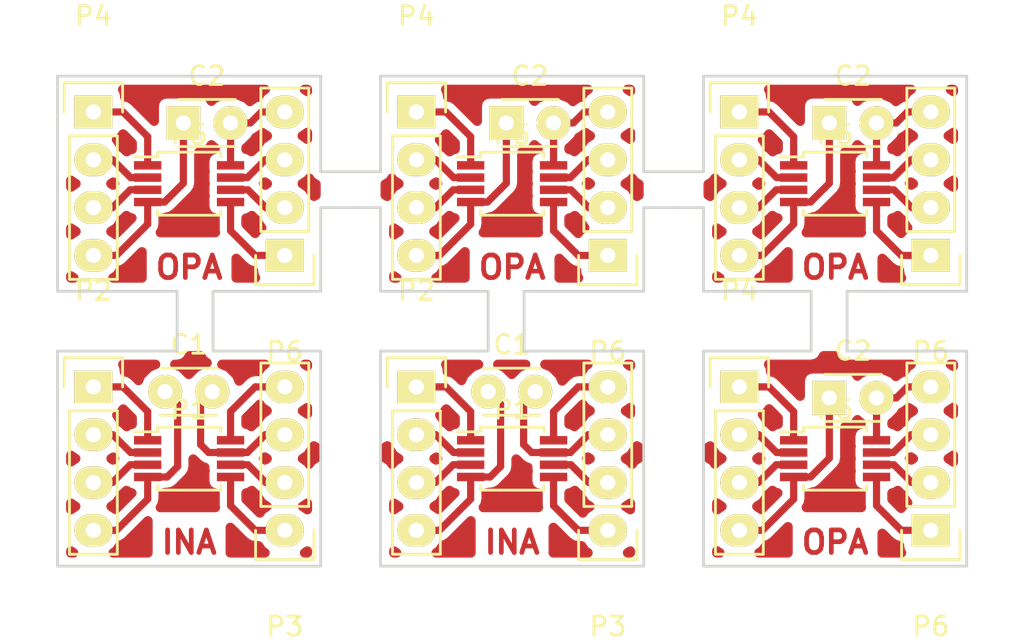
<source format=kicad_pcb>
(kicad_pcb (version 4) (host pcbnew 4.0.2+dfsg1-stable)

  (general
    (links 100)
    (no_connects 40)
    (area 138.398467 82.0368 193.071534 116.5682)
    (thickness 1.6)
    (drawings 66)
    (tracks 212)
    (zones 0)
    (modules 24)
    (nets 9)
  )

  (page A4)
  (layers
    (0 F.Cu signal)
    (31 B.Cu signal)
    (32 B.Adhes user)
    (33 F.Adhes user)
    (34 B.Paste user)
    (35 F.Paste user)
    (36 B.SilkS user)
    (37 F.SilkS user)
    (38 B.Mask user)
    (39 F.Mask user)
    (40 Dwgs.User user)
    (41 Cmts.User user)
    (42 Eco1.User user)
    (43 Eco2.User user)
    (44 Edge.Cuts user)
    (45 Margin user)
    (46 B.CrtYd user)
    (47 F.CrtYd user)
    (48 B.Fab user)
    (49 F.Fab user)
  )

  (setup
    (last_trace_width 0.3048)
    (user_trace_width 0.3048)
    (user_trace_width 0.381)
    (user_trace_width 0.508)
    (trace_clearance 0.2032)
    (zone_clearance 0.381)
    (zone_45_only no)
    (trace_min 0.2)
    (segment_width 0.2)
    (edge_width 0.15)
    (via_size 0.6)
    (via_drill 0.4)
    (via_min_size 0.4)
    (via_min_drill 0.3)
    (uvia_size 0.3)
    (uvia_drill 0.1)
    (uvias_allowed no)
    (uvia_min_size 0)
    (uvia_min_drill 0)
    (pcb_text_width 0.3)
    (pcb_text_size 1.5 1.5)
    (mod_edge_width 0.15)
    (mod_text_size 1 1)
    (mod_text_width 0.15)
    (pad_size 2.032 1.7272)
    (pad_drill 0.8)
    (pad_to_mask_clearance 0.2)
    (aux_axis_origin 0 0)
    (visible_elements 7FFFFFFF)
    (pcbplotparams
      (layerselection 0x00000_00000001)
      (usegerberextensions false)
      (excludeedgelayer true)
      (linewidth 0.100000)
      (plotframeref false)
      (viasonmask false)
      (mode 1)
      (useauxorigin false)
      (hpglpennumber 1)
      (hpglpenspeed 20)
      (hpglpendiameter 15)
      (hpglpenoverlay 2)
      (psnegative false)
      (psa4output false)
      (plotreference true)
      (plotvalue true)
      (plotinvisibletext false)
      (padsonsilk false)
      (subtractmaskfromsilk false)
      (outputformat 4)
      (mirror false)
      (drillshape 2)
      (scaleselection 1)
      (outputdirectory archivos_fabricacion/))
  )

  (net 0 "")
  (net 1 /1)
  (net 2 /2)
  (net 3 /3)
  (net 4 /4)
  (net 5 /5)
  (net 6 /6)
  (net 7 /7)
  (net 8 /8)

  (net_class Default "This is the default net class."
    (clearance 0.2032)
    (trace_width 0.3048)
    (via_dia 0.6)
    (via_drill 0.4)
    (uvia_dia 0.3)
    (uvia_drill 0.1)
    (add_net /1)
    (add_net /2)
    (add_net /3)
    (add_net /4)
    (add_net /5)
    (add_net /6)
    (add_net /7)
    (add_net /8)
  )

  (module Pin_Headers:Pin_Header_Straight_1x04 (layer F.Cu) (tedit 0) (tstamp 576AF64D)
    (at 187.96 110.49 180)
    (descr "Through hole pin header")
    (tags "pin header")
    (path /576AF2B9)
    (fp_text reference P6 (at 0 -5.1 180) (layer F.SilkS)
      (effects (font (size 1 1) (thickness 0.15)))
    )
    (fp_text value CONN_01X04 (at 0 -3.1 180) (layer F.Fab)
      (effects (font (size 1 1) (thickness 0.15)))
    )
    (fp_line (start -1.75 -1.75) (end -1.75 9.4) (layer F.CrtYd) (width 0.05))
    (fp_line (start 1.75 -1.75) (end 1.75 9.4) (layer F.CrtYd) (width 0.05))
    (fp_line (start -1.75 -1.75) (end 1.75 -1.75) (layer F.CrtYd) (width 0.05))
    (fp_line (start -1.75 9.4) (end 1.75 9.4) (layer F.CrtYd) (width 0.05))
    (fp_line (start -1.27 1.27) (end -1.27 8.89) (layer F.SilkS) (width 0.15))
    (fp_line (start 1.27 1.27) (end 1.27 8.89) (layer F.SilkS) (width 0.15))
    (fp_line (start 1.55 -1.55) (end 1.55 0) (layer F.SilkS) (width 0.15))
    (fp_line (start -1.27 8.89) (end 1.27 8.89) (layer F.SilkS) (width 0.15))
    (fp_line (start 1.27 1.27) (end -1.27 1.27) (layer F.SilkS) (width 0.15))
    (fp_line (start -1.55 0) (end -1.55 -1.55) (layer F.SilkS) (width 0.15))
    (fp_line (start -1.55 -1.55) (end 1.55 -1.55) (layer F.SilkS) (width 0.15))
    (pad 1 thru_hole rect (at 0 0 180) (size 2.032 1.7272) (drill 0.8) (layers *.Cu *.Mask F.SilkS)
      (net 5 /5))
    (pad 2 thru_hole oval (at 0 2.54 180) (size 2.032 1.7272) (drill 0.8) (layers *.Cu *.Mask F.SilkS)
      (net 6 /6))
    (pad 3 thru_hole oval (at 0 5.08 180) (size 2.032 1.7272) (drill 0.8) (layers *.Cu *.Mask F.SilkS)
      (net 7 /7))
    (pad 4 thru_hole oval (at 0 7.62 180) (size 2.032 1.7272) (drill 0.8) (layers *.Cu *.Mask F.SilkS)
      (net 8 /8))
    (model Pin_Headers.3dshapes/Pin_Header_Straight_1x04.wrl
      (at (xyz 0 -0.15 0))
      (scale (xyz 1 1 1))
      (rotate (xyz 0 0 90))
    )
  )

  (module Housings_SSOP:MSOP-8_3x3mm_Pitch0.65mm (layer F.Cu) (tedit 54130A77) (tstamp 576AF642)
    (at 182.88 106.68)
    (descr "8-Lead Plastic Micro Small Outline Package (MS) [MSOP] (see Microchip Packaging Specification 00000049BS.pdf)")
    (tags "SSOP 0.65")
    (path /576AF2AD)
    (attr smd)
    (fp_text reference P5 (at 0 -2.6) (layer F.SilkS)
      (effects (font (size 1 1) (thickness 0.15)))
    )
    (fp_text value CONN_02X04 (at 0 2.6) (layer F.Fab)
      (effects (font (size 1 1) (thickness 0.15)))
    )
    (fp_line (start -3.2 -1.85) (end -3.2 1.85) (layer F.CrtYd) (width 0.05))
    (fp_line (start 3.2 -1.85) (end 3.2 1.85) (layer F.CrtYd) (width 0.05))
    (fp_line (start -3.2 -1.85) (end 3.2 -1.85) (layer F.CrtYd) (width 0.05))
    (fp_line (start -3.2 1.85) (end 3.2 1.85) (layer F.CrtYd) (width 0.05))
    (fp_line (start -1.675 -1.675) (end -1.675 -1.425) (layer F.SilkS) (width 0.15))
    (fp_line (start 1.675 -1.675) (end 1.675 -1.425) (layer F.SilkS) (width 0.15))
    (fp_line (start 1.675 1.675) (end 1.675 1.425) (layer F.SilkS) (width 0.15))
    (fp_line (start -1.675 1.675) (end -1.675 1.425) (layer F.SilkS) (width 0.15))
    (fp_line (start -1.675 -1.675) (end 1.675 -1.675) (layer F.SilkS) (width 0.15))
    (fp_line (start -1.675 1.675) (end 1.675 1.675) (layer F.SilkS) (width 0.15))
    (fp_line (start -1.675 -1.425) (end -2.925 -1.425) (layer F.SilkS) (width 0.15))
    (pad 1 smd rect (at -2.2 -0.975) (size 1.45 0.45) (layers F.Cu F.Paste F.Mask)
      (net 1 /1))
    (pad 2 smd rect (at -2.2 -0.325) (size 1.45 0.45) (layers F.Cu F.Paste F.Mask)
      (net 2 /2))
    (pad 3 smd rect (at -2.2 0.325) (size 1.45 0.45) (layers F.Cu F.Paste F.Mask)
      (net 3 /3))
    (pad 4 smd rect (at -2.2 0.975) (size 1.45 0.45) (layers F.Cu F.Paste F.Mask)
      (net 4 /4))
    (pad 5 smd rect (at 2.2 0.975) (size 1.45 0.45) (layers F.Cu F.Paste F.Mask)
      (net 5 /5))
    (pad 6 smd rect (at 2.2 0.325) (size 1.45 0.45) (layers F.Cu F.Paste F.Mask)
      (net 6 /6))
    (pad 7 smd rect (at 2.2 -0.325) (size 1.45 0.45) (layers F.Cu F.Paste F.Mask)
      (net 7 /7))
    (pad 8 smd rect (at 2.2 -0.975) (size 1.45 0.45) (layers F.Cu F.Paste F.Mask)
      (net 8 /8))
    (model Housings_SSOP.3dshapes/MSOP-8_3x3mm_Pitch0.65mm.wrl
      (at (xyz 0 0 0))
      (scale (xyz 1 1 1))
      (rotate (xyz 0 0 0))
    )
  )

  (module Pin_Headers:Pin_Header_Straight_1x04 (layer F.Cu) (tedit 0) (tstamp 576AF63B)
    (at 177.8 102.87)
    (descr "Through hole pin header")
    (tags "pin header")
    (path /576AF2B3)
    (fp_text reference P4 (at 0 -5.1) (layer F.SilkS)
      (effects (font (size 1 1) (thickness 0.15)))
    )
    (fp_text value CONN_01X04 (at 0 -3.1) (layer F.Fab)
      (effects (font (size 1 1) (thickness 0.15)))
    )
    (fp_line (start -1.75 -1.75) (end -1.75 9.4) (layer F.CrtYd) (width 0.05))
    (fp_line (start 1.75 -1.75) (end 1.75 9.4) (layer F.CrtYd) (width 0.05))
    (fp_line (start -1.75 -1.75) (end 1.75 -1.75) (layer F.CrtYd) (width 0.05))
    (fp_line (start -1.75 9.4) (end 1.75 9.4) (layer F.CrtYd) (width 0.05))
    (fp_line (start -1.27 1.27) (end -1.27 8.89) (layer F.SilkS) (width 0.15))
    (fp_line (start 1.27 1.27) (end 1.27 8.89) (layer F.SilkS) (width 0.15))
    (fp_line (start 1.55 -1.55) (end 1.55 0) (layer F.SilkS) (width 0.15))
    (fp_line (start -1.27 8.89) (end 1.27 8.89) (layer F.SilkS) (width 0.15))
    (fp_line (start 1.27 1.27) (end -1.27 1.27) (layer F.SilkS) (width 0.15))
    (fp_line (start -1.55 0) (end -1.55 -1.55) (layer F.SilkS) (width 0.15))
    (fp_line (start -1.55 -1.55) (end 1.55 -1.55) (layer F.SilkS) (width 0.15))
    (pad 1 thru_hole rect (at 0 0) (size 2.032 1.7272) (drill 0.8) (layers *.Cu *.Mask F.SilkS)
      (net 1 /1))
    (pad 2 thru_hole oval (at 0 2.54) (size 2.032 1.7272) (drill 0.8) (layers *.Cu *.Mask F.SilkS)
      (net 2 /2))
    (pad 3 thru_hole oval (at 0 5.08) (size 2.032 1.7272) (drill 0.8) (layers *.Cu *.Mask F.SilkS)
      (net 3 /3))
    (pad 4 thru_hole oval (at 0 7.62) (size 2.032 1.7272) (drill 0.8) (layers *.Cu *.Mask F.SilkS)
      (net 4 /4))
    (model Pin_Headers.3dshapes/Pin_Header_Straight_1x04.wrl
      (at (xyz 0 -0.15 0))
      (scale (xyz 1 1 1))
      (rotate (xyz 0 0 90))
    )
  )

  (module Capacitors_ThroughHole:C_Disc_D3_P2.5 (layer F.Cu) (tedit 576AF353) (tstamp 576AF636)
    (at 182.5752 103.4542)
    (descr "Capacitor 3mm Disc, Pitch 2.5mm")
    (tags Capacitor)
    (path /576AF2CF)
    (fp_text reference C2 (at 1.25 -2.5) (layer F.SilkS)
      (effects (font (size 1 1) (thickness 0.15)))
    )
    (fp_text value C (at 1.25 2.5) (layer F.Fab)
      (effects (font (size 1 1) (thickness 0.15)))
    )
    (fp_line (start -0.9 -1.5) (end 3.4 -1.5) (layer F.CrtYd) (width 0.05))
    (fp_line (start 3.4 -1.5) (end 3.4 1.5) (layer F.CrtYd) (width 0.05))
    (fp_line (start 3.4 1.5) (end -0.9 1.5) (layer F.CrtYd) (width 0.05))
    (fp_line (start -0.9 1.5) (end -0.9 -1.5) (layer F.CrtYd) (width 0.05))
    (fp_line (start -0.25 -1.25) (end 2.75 -1.25) (layer F.SilkS) (width 0.15))
    (fp_line (start 2.75 1.25) (end -0.25 1.25) (layer F.SilkS) (width 0.15))
    (pad 1 thru_hole rect (at 0 0) (size 1.8 1.8) (drill 0.8) (layers *.Cu *.Mask F.SilkS)
      (net 4 /4))
    (pad 2 thru_hole circle (at 2.5 0) (size 1.8 1.8) (drill 0.8001) (layers *.Cu *.Mask F.SilkS)
      (net 8 /8))
    (model Capacitors_ThroughHole.3dshapes/C_Disc_D3_P2.5.wrl
      (at (xyz 0.0492126 0 0))
      (scale (xyz 1 1 1))
      (rotate (xyz 0 0 0))
    )
  )

  (module Capacitors_ThroughHole:C_Disc_D3_P2.5 (layer F.Cu) (tedit 576AF353) (tstamp 576AF60A)
    (at 182.5752 88.8492)
    (descr "Capacitor 3mm Disc, Pitch 2.5mm")
    (tags Capacitor)
    (path /576AF2CF)
    (fp_text reference C2 (at 1.25 -2.5) (layer F.SilkS)
      (effects (font (size 1 1) (thickness 0.15)))
    )
    (fp_text value C (at 1.25 2.5) (layer F.Fab)
      (effects (font (size 1 1) (thickness 0.15)))
    )
    (fp_line (start -0.9 -1.5) (end 3.4 -1.5) (layer F.CrtYd) (width 0.05))
    (fp_line (start 3.4 -1.5) (end 3.4 1.5) (layer F.CrtYd) (width 0.05))
    (fp_line (start 3.4 1.5) (end -0.9 1.5) (layer F.CrtYd) (width 0.05))
    (fp_line (start -0.9 1.5) (end -0.9 -1.5) (layer F.CrtYd) (width 0.05))
    (fp_line (start -0.25 -1.25) (end 2.75 -1.25) (layer F.SilkS) (width 0.15))
    (fp_line (start 2.75 1.25) (end -0.25 1.25) (layer F.SilkS) (width 0.15))
    (pad 1 thru_hole rect (at 0 0) (size 1.8 1.8) (drill 0.8) (layers *.Cu *.Mask F.SilkS)
      (net 4 /4))
    (pad 2 thru_hole circle (at 2.5 0) (size 1.8 1.8) (drill 0.8001) (layers *.Cu *.Mask F.SilkS)
      (net 8 /8))
    (model Capacitors_ThroughHole.3dshapes/C_Disc_D3_P2.5.wrl
      (at (xyz 0.0492126 0 0))
      (scale (xyz 1 1 1))
      (rotate (xyz 0 0 0))
    )
  )

  (module Pin_Headers:Pin_Header_Straight_1x04 (layer F.Cu) (tedit 0) (tstamp 576AF603)
    (at 177.8 88.265)
    (descr "Through hole pin header")
    (tags "pin header")
    (path /576AF2B3)
    (fp_text reference P4 (at 0 -5.1) (layer F.SilkS)
      (effects (font (size 1 1) (thickness 0.15)))
    )
    (fp_text value CONN_01X04 (at 0 -3.1) (layer F.Fab)
      (effects (font (size 1 1) (thickness 0.15)))
    )
    (fp_line (start -1.75 -1.75) (end -1.75 9.4) (layer F.CrtYd) (width 0.05))
    (fp_line (start 1.75 -1.75) (end 1.75 9.4) (layer F.CrtYd) (width 0.05))
    (fp_line (start -1.75 -1.75) (end 1.75 -1.75) (layer F.CrtYd) (width 0.05))
    (fp_line (start -1.75 9.4) (end 1.75 9.4) (layer F.CrtYd) (width 0.05))
    (fp_line (start -1.27 1.27) (end -1.27 8.89) (layer F.SilkS) (width 0.15))
    (fp_line (start 1.27 1.27) (end 1.27 8.89) (layer F.SilkS) (width 0.15))
    (fp_line (start 1.55 -1.55) (end 1.55 0) (layer F.SilkS) (width 0.15))
    (fp_line (start -1.27 8.89) (end 1.27 8.89) (layer F.SilkS) (width 0.15))
    (fp_line (start 1.27 1.27) (end -1.27 1.27) (layer F.SilkS) (width 0.15))
    (fp_line (start -1.55 0) (end -1.55 -1.55) (layer F.SilkS) (width 0.15))
    (fp_line (start -1.55 -1.55) (end 1.55 -1.55) (layer F.SilkS) (width 0.15))
    (pad 1 thru_hole rect (at 0 0) (size 2.032 1.7272) (drill 0.8) (layers *.Cu *.Mask F.SilkS)
      (net 1 /1))
    (pad 2 thru_hole oval (at 0 2.54) (size 2.032 1.7272) (drill 0.8) (layers *.Cu *.Mask F.SilkS)
      (net 2 /2))
    (pad 3 thru_hole oval (at 0 5.08) (size 2.032 1.7272) (drill 0.8) (layers *.Cu *.Mask F.SilkS)
      (net 3 /3))
    (pad 4 thru_hole oval (at 0 7.62) (size 2.032 1.7272) (drill 0.8) (layers *.Cu *.Mask F.SilkS)
      (net 4 /4))
    (model Pin_Headers.3dshapes/Pin_Header_Straight_1x04.wrl
      (at (xyz 0 -0.15 0))
      (scale (xyz 1 1 1))
      (rotate (xyz 0 0 90))
    )
  )

  (module Housings_SSOP:MSOP-8_3x3mm_Pitch0.65mm (layer F.Cu) (tedit 54130A77) (tstamp 576AF5F8)
    (at 182.88 92.075)
    (descr "8-Lead Plastic Micro Small Outline Package (MS) [MSOP] (see Microchip Packaging Specification 00000049BS.pdf)")
    (tags "SSOP 0.65")
    (path /576AF2AD)
    (attr smd)
    (fp_text reference P5 (at 0 -2.6) (layer F.SilkS)
      (effects (font (size 1 1) (thickness 0.15)))
    )
    (fp_text value CONN_02X04 (at 0 2.6) (layer F.Fab)
      (effects (font (size 1 1) (thickness 0.15)))
    )
    (fp_line (start -3.2 -1.85) (end -3.2 1.85) (layer F.CrtYd) (width 0.05))
    (fp_line (start 3.2 -1.85) (end 3.2 1.85) (layer F.CrtYd) (width 0.05))
    (fp_line (start -3.2 -1.85) (end 3.2 -1.85) (layer F.CrtYd) (width 0.05))
    (fp_line (start -3.2 1.85) (end 3.2 1.85) (layer F.CrtYd) (width 0.05))
    (fp_line (start -1.675 -1.675) (end -1.675 -1.425) (layer F.SilkS) (width 0.15))
    (fp_line (start 1.675 -1.675) (end 1.675 -1.425) (layer F.SilkS) (width 0.15))
    (fp_line (start 1.675 1.675) (end 1.675 1.425) (layer F.SilkS) (width 0.15))
    (fp_line (start -1.675 1.675) (end -1.675 1.425) (layer F.SilkS) (width 0.15))
    (fp_line (start -1.675 -1.675) (end 1.675 -1.675) (layer F.SilkS) (width 0.15))
    (fp_line (start -1.675 1.675) (end 1.675 1.675) (layer F.SilkS) (width 0.15))
    (fp_line (start -1.675 -1.425) (end -2.925 -1.425) (layer F.SilkS) (width 0.15))
    (pad 1 smd rect (at -2.2 -0.975) (size 1.45 0.45) (layers F.Cu F.Paste F.Mask)
      (net 1 /1))
    (pad 2 smd rect (at -2.2 -0.325) (size 1.45 0.45) (layers F.Cu F.Paste F.Mask)
      (net 2 /2))
    (pad 3 smd rect (at -2.2 0.325) (size 1.45 0.45) (layers F.Cu F.Paste F.Mask)
      (net 3 /3))
    (pad 4 smd rect (at -2.2 0.975) (size 1.45 0.45) (layers F.Cu F.Paste F.Mask)
      (net 4 /4))
    (pad 5 smd rect (at 2.2 0.975) (size 1.45 0.45) (layers F.Cu F.Paste F.Mask)
      (net 5 /5))
    (pad 6 smd rect (at 2.2 0.325) (size 1.45 0.45) (layers F.Cu F.Paste F.Mask)
      (net 6 /6))
    (pad 7 smd rect (at 2.2 -0.325) (size 1.45 0.45) (layers F.Cu F.Paste F.Mask)
      (net 7 /7))
    (pad 8 smd rect (at 2.2 -0.975) (size 1.45 0.45) (layers F.Cu F.Paste F.Mask)
      (net 8 /8))
    (model Housings_SSOP.3dshapes/MSOP-8_3x3mm_Pitch0.65mm.wrl
      (at (xyz 0 0 0))
      (scale (xyz 1 1 1))
      (rotate (xyz 0 0 0))
    )
  )

  (module Pin_Headers:Pin_Header_Straight_1x04 (layer F.Cu) (tedit 0) (tstamp 576AF5F1)
    (at 187.96 95.885 180)
    (descr "Through hole pin header")
    (tags "pin header")
    (path /576AF2B9)
    (fp_text reference P6 (at 0 -5.1 180) (layer F.SilkS)
      (effects (font (size 1 1) (thickness 0.15)))
    )
    (fp_text value CONN_01X04 (at 0 -3.1 180) (layer F.Fab)
      (effects (font (size 1 1) (thickness 0.15)))
    )
    (fp_line (start -1.75 -1.75) (end -1.75 9.4) (layer F.CrtYd) (width 0.05))
    (fp_line (start 1.75 -1.75) (end 1.75 9.4) (layer F.CrtYd) (width 0.05))
    (fp_line (start -1.75 -1.75) (end 1.75 -1.75) (layer F.CrtYd) (width 0.05))
    (fp_line (start -1.75 9.4) (end 1.75 9.4) (layer F.CrtYd) (width 0.05))
    (fp_line (start -1.27 1.27) (end -1.27 8.89) (layer F.SilkS) (width 0.15))
    (fp_line (start 1.27 1.27) (end 1.27 8.89) (layer F.SilkS) (width 0.15))
    (fp_line (start 1.55 -1.55) (end 1.55 0) (layer F.SilkS) (width 0.15))
    (fp_line (start -1.27 8.89) (end 1.27 8.89) (layer F.SilkS) (width 0.15))
    (fp_line (start 1.27 1.27) (end -1.27 1.27) (layer F.SilkS) (width 0.15))
    (fp_line (start -1.55 0) (end -1.55 -1.55) (layer F.SilkS) (width 0.15))
    (fp_line (start -1.55 -1.55) (end 1.55 -1.55) (layer F.SilkS) (width 0.15))
    (pad 1 thru_hole rect (at 0 0 180) (size 2.032 1.7272) (drill 0.8) (layers *.Cu *.Mask F.SilkS)
      (net 5 /5))
    (pad 2 thru_hole oval (at 0 2.54 180) (size 2.032 1.7272) (drill 0.8) (layers *.Cu *.Mask F.SilkS)
      (net 6 /6))
    (pad 3 thru_hole oval (at 0 5.08 180) (size 2.032 1.7272) (drill 0.8) (layers *.Cu *.Mask F.SilkS)
      (net 7 /7))
    (pad 4 thru_hole oval (at 0 7.62 180) (size 2.032 1.7272) (drill 0.8) (layers *.Cu *.Mask F.SilkS)
      (net 8 /8))
    (model Pin_Headers.3dshapes/Pin_Header_Straight_1x04.wrl
      (at (xyz 0 -0.15 0))
      (scale (xyz 1 1 1))
      (rotate (xyz 0 0 90))
    )
  )

  (module Pin_Headers:Pin_Header_Straight_1x04 (layer F.Cu) (tedit 0) (tstamp 576AF598)
    (at 170.815 95.885 180)
    (descr "Through hole pin header")
    (tags "pin header")
    (path /576AF2B9)
    (fp_text reference P6 (at 0 -5.1 180) (layer F.SilkS)
      (effects (font (size 1 1) (thickness 0.15)))
    )
    (fp_text value CONN_01X04 (at 0 -3.1 180) (layer F.Fab)
      (effects (font (size 1 1) (thickness 0.15)))
    )
    (fp_line (start -1.75 -1.75) (end -1.75 9.4) (layer F.CrtYd) (width 0.05))
    (fp_line (start 1.75 -1.75) (end 1.75 9.4) (layer F.CrtYd) (width 0.05))
    (fp_line (start -1.75 -1.75) (end 1.75 -1.75) (layer F.CrtYd) (width 0.05))
    (fp_line (start -1.75 9.4) (end 1.75 9.4) (layer F.CrtYd) (width 0.05))
    (fp_line (start -1.27 1.27) (end -1.27 8.89) (layer F.SilkS) (width 0.15))
    (fp_line (start 1.27 1.27) (end 1.27 8.89) (layer F.SilkS) (width 0.15))
    (fp_line (start 1.55 -1.55) (end 1.55 0) (layer F.SilkS) (width 0.15))
    (fp_line (start -1.27 8.89) (end 1.27 8.89) (layer F.SilkS) (width 0.15))
    (fp_line (start 1.27 1.27) (end -1.27 1.27) (layer F.SilkS) (width 0.15))
    (fp_line (start -1.55 0) (end -1.55 -1.55) (layer F.SilkS) (width 0.15))
    (fp_line (start -1.55 -1.55) (end 1.55 -1.55) (layer F.SilkS) (width 0.15))
    (pad 1 thru_hole rect (at 0 0 180) (size 2.032 1.7272) (drill 0.8) (layers *.Cu *.Mask F.SilkS)
      (net 5 /5))
    (pad 2 thru_hole oval (at 0 2.54 180) (size 2.032 1.7272) (drill 0.8) (layers *.Cu *.Mask F.SilkS)
      (net 6 /6))
    (pad 3 thru_hole oval (at 0 5.08 180) (size 2.032 1.7272) (drill 0.8) (layers *.Cu *.Mask F.SilkS)
      (net 7 /7))
    (pad 4 thru_hole oval (at 0 7.62 180) (size 2.032 1.7272) (drill 0.8) (layers *.Cu *.Mask F.SilkS)
      (net 8 /8))
    (model Pin_Headers.3dshapes/Pin_Header_Straight_1x04.wrl
      (at (xyz 0 -0.15 0))
      (scale (xyz 1 1 1))
      (rotate (xyz 0 0 90))
    )
  )

  (module Housings_SSOP:MSOP-8_3x3mm_Pitch0.65mm (layer F.Cu) (tedit 54130A77) (tstamp 576AF58D)
    (at 165.735 92.075)
    (descr "8-Lead Plastic Micro Small Outline Package (MS) [MSOP] (see Microchip Packaging Specification 00000049BS.pdf)")
    (tags "SSOP 0.65")
    (path /576AF2AD)
    (attr smd)
    (fp_text reference P5 (at 0 -2.6) (layer F.SilkS)
      (effects (font (size 1 1) (thickness 0.15)))
    )
    (fp_text value CONN_02X04 (at 0 2.6) (layer F.Fab)
      (effects (font (size 1 1) (thickness 0.15)))
    )
    (fp_line (start -3.2 -1.85) (end -3.2 1.85) (layer F.CrtYd) (width 0.05))
    (fp_line (start 3.2 -1.85) (end 3.2 1.85) (layer F.CrtYd) (width 0.05))
    (fp_line (start -3.2 -1.85) (end 3.2 -1.85) (layer F.CrtYd) (width 0.05))
    (fp_line (start -3.2 1.85) (end 3.2 1.85) (layer F.CrtYd) (width 0.05))
    (fp_line (start -1.675 -1.675) (end -1.675 -1.425) (layer F.SilkS) (width 0.15))
    (fp_line (start 1.675 -1.675) (end 1.675 -1.425) (layer F.SilkS) (width 0.15))
    (fp_line (start 1.675 1.675) (end 1.675 1.425) (layer F.SilkS) (width 0.15))
    (fp_line (start -1.675 1.675) (end -1.675 1.425) (layer F.SilkS) (width 0.15))
    (fp_line (start -1.675 -1.675) (end 1.675 -1.675) (layer F.SilkS) (width 0.15))
    (fp_line (start -1.675 1.675) (end 1.675 1.675) (layer F.SilkS) (width 0.15))
    (fp_line (start -1.675 -1.425) (end -2.925 -1.425) (layer F.SilkS) (width 0.15))
    (pad 1 smd rect (at -2.2 -0.975) (size 1.45 0.45) (layers F.Cu F.Paste F.Mask)
      (net 1 /1))
    (pad 2 smd rect (at -2.2 -0.325) (size 1.45 0.45) (layers F.Cu F.Paste F.Mask)
      (net 2 /2))
    (pad 3 smd rect (at -2.2 0.325) (size 1.45 0.45) (layers F.Cu F.Paste F.Mask)
      (net 3 /3))
    (pad 4 smd rect (at -2.2 0.975) (size 1.45 0.45) (layers F.Cu F.Paste F.Mask)
      (net 4 /4))
    (pad 5 smd rect (at 2.2 0.975) (size 1.45 0.45) (layers F.Cu F.Paste F.Mask)
      (net 5 /5))
    (pad 6 smd rect (at 2.2 0.325) (size 1.45 0.45) (layers F.Cu F.Paste F.Mask)
      (net 6 /6))
    (pad 7 smd rect (at 2.2 -0.325) (size 1.45 0.45) (layers F.Cu F.Paste F.Mask)
      (net 7 /7))
    (pad 8 smd rect (at 2.2 -0.975) (size 1.45 0.45) (layers F.Cu F.Paste F.Mask)
      (net 8 /8))
    (model Housings_SSOP.3dshapes/MSOP-8_3x3mm_Pitch0.65mm.wrl
      (at (xyz 0 0 0))
      (scale (xyz 1 1 1))
      (rotate (xyz 0 0 0))
    )
  )

  (module Pin_Headers:Pin_Header_Straight_1x04 (layer F.Cu) (tedit 0) (tstamp 576AF586)
    (at 160.655 88.265)
    (descr "Through hole pin header")
    (tags "pin header")
    (path /576AF2B3)
    (fp_text reference P4 (at 0 -5.1) (layer F.SilkS)
      (effects (font (size 1 1) (thickness 0.15)))
    )
    (fp_text value CONN_01X04 (at 0 -3.1) (layer F.Fab)
      (effects (font (size 1 1) (thickness 0.15)))
    )
    (fp_line (start -1.75 -1.75) (end -1.75 9.4) (layer F.CrtYd) (width 0.05))
    (fp_line (start 1.75 -1.75) (end 1.75 9.4) (layer F.CrtYd) (width 0.05))
    (fp_line (start -1.75 -1.75) (end 1.75 -1.75) (layer F.CrtYd) (width 0.05))
    (fp_line (start -1.75 9.4) (end 1.75 9.4) (layer F.CrtYd) (width 0.05))
    (fp_line (start -1.27 1.27) (end -1.27 8.89) (layer F.SilkS) (width 0.15))
    (fp_line (start 1.27 1.27) (end 1.27 8.89) (layer F.SilkS) (width 0.15))
    (fp_line (start 1.55 -1.55) (end 1.55 0) (layer F.SilkS) (width 0.15))
    (fp_line (start -1.27 8.89) (end 1.27 8.89) (layer F.SilkS) (width 0.15))
    (fp_line (start 1.27 1.27) (end -1.27 1.27) (layer F.SilkS) (width 0.15))
    (fp_line (start -1.55 0) (end -1.55 -1.55) (layer F.SilkS) (width 0.15))
    (fp_line (start -1.55 -1.55) (end 1.55 -1.55) (layer F.SilkS) (width 0.15))
    (pad 1 thru_hole rect (at 0 0) (size 2.032 1.7272) (drill 0.8) (layers *.Cu *.Mask F.SilkS)
      (net 1 /1))
    (pad 2 thru_hole oval (at 0 2.54) (size 2.032 1.7272) (drill 0.8) (layers *.Cu *.Mask F.SilkS)
      (net 2 /2))
    (pad 3 thru_hole oval (at 0 5.08) (size 2.032 1.7272) (drill 0.8) (layers *.Cu *.Mask F.SilkS)
      (net 3 /3))
    (pad 4 thru_hole oval (at 0 7.62) (size 2.032 1.7272) (drill 0.8) (layers *.Cu *.Mask F.SilkS)
      (net 4 /4))
    (model Pin_Headers.3dshapes/Pin_Header_Straight_1x04.wrl
      (at (xyz 0 -0.15 0))
      (scale (xyz 1 1 1))
      (rotate (xyz 0 0 90))
    )
  )

  (module Capacitors_ThroughHole:C_Disc_D3_P2.5 (layer F.Cu) (tedit 576AF353) (tstamp 576AF581)
    (at 165.4302 88.8492)
    (descr "Capacitor 3mm Disc, Pitch 2.5mm")
    (tags Capacitor)
    (path /576AF2CF)
    (fp_text reference C2 (at 1.25 -2.5) (layer F.SilkS)
      (effects (font (size 1 1) (thickness 0.15)))
    )
    (fp_text value C (at 1.25 2.5) (layer F.Fab)
      (effects (font (size 1 1) (thickness 0.15)))
    )
    (fp_line (start -0.9 -1.5) (end 3.4 -1.5) (layer F.CrtYd) (width 0.05))
    (fp_line (start 3.4 -1.5) (end 3.4 1.5) (layer F.CrtYd) (width 0.05))
    (fp_line (start 3.4 1.5) (end -0.9 1.5) (layer F.CrtYd) (width 0.05))
    (fp_line (start -0.9 1.5) (end -0.9 -1.5) (layer F.CrtYd) (width 0.05))
    (fp_line (start -0.25 -1.25) (end 2.75 -1.25) (layer F.SilkS) (width 0.15))
    (fp_line (start 2.75 1.25) (end -0.25 1.25) (layer F.SilkS) (width 0.15))
    (pad 1 thru_hole rect (at 0 0) (size 1.8 1.8) (drill 0.8) (layers *.Cu *.Mask F.SilkS)
      (net 4 /4))
    (pad 2 thru_hole circle (at 2.5 0) (size 1.8 1.8) (drill 0.8001) (layers *.Cu *.Mask F.SilkS)
      (net 8 /8))
    (model Capacitors_ThroughHole.3dshapes/C_Disc_D3_P2.5.wrl
      (at (xyz 0.0492126 0 0))
      (scale (xyz 1 1 1))
      (rotate (xyz 0 0 0))
    )
  )

  (module Capacitors_ThroughHole:C_Disc_D3_P2.5 (layer F.Cu) (tedit 576AF429) (tstamp 576AF57C)
    (at 164.465 103.124)
    (descr "Capacitor 3mm Disc, Pitch 2.5mm")
    (tags Capacitor)
    (path /576AF0DD)
    (fp_text reference C1 (at 1.25 -2.5) (layer F.SilkS)
      (effects (font (size 1 1) (thickness 0.15)))
    )
    (fp_text value C (at 1.25 2.5) (layer F.Fab)
      (effects (font (size 1 1) (thickness 0.15)))
    )
    (fp_line (start -0.9 -1.5) (end 3.4 -1.5) (layer F.CrtYd) (width 0.05))
    (fp_line (start 3.4 -1.5) (end 3.4 1.5) (layer F.CrtYd) (width 0.05))
    (fp_line (start 3.4 1.5) (end -0.9 1.5) (layer F.CrtYd) (width 0.05))
    (fp_line (start -0.9 1.5) (end -0.9 -1.5) (layer F.CrtYd) (width 0.05))
    (fp_line (start -0.25 -1.25) (end 2.75 -1.25) (layer F.SilkS) (width 0.15))
    (fp_line (start 2.75 1.25) (end -0.25 1.25) (layer F.SilkS) (width 0.15))
    (pad 1 thru_hole circle (at 0 0) (size 1.8 1.8) (drill 0.8) (layers *.Cu *.Mask F.SilkS)
      (net 4 /4))
    (pad 2 thru_hole circle (at 2.5 0) (size 1.8 1.8) (drill 0.8001) (layers *.Cu *.Mask F.SilkS)
      (net 7 /7))
    (model Capacitors_ThroughHole.3dshapes/C_Disc_D3_P2.5.wrl
      (at (xyz 0.0492126 0 0))
      (scale (xyz 1 1 1))
      (rotate (xyz 0 0 0))
    )
  )

  (module Pin_Headers:Pin_Header_Straight_1x04 (layer F.Cu) (tedit 576AED06) (tstamp 576AF575)
    (at 160.655 102.87)
    (descr "Through hole pin header")
    (tags "pin header")
    (path /576AEA6C)
    (fp_text reference P2 (at 0 -5.1) (layer F.SilkS)
      (effects (font (size 1 1) (thickness 0.15)))
    )
    (fp_text value CONN_01X04 (at 0 -3.1) (layer F.Fab)
      (effects (font (size 1 1) (thickness 0.15)))
    )
    (fp_line (start -1.75 -1.75) (end -1.75 9.4) (layer F.CrtYd) (width 0.05))
    (fp_line (start 1.75 -1.75) (end 1.75 9.4) (layer F.CrtYd) (width 0.05))
    (fp_line (start -1.75 -1.75) (end 1.75 -1.75) (layer F.CrtYd) (width 0.05))
    (fp_line (start -1.75 9.4) (end 1.75 9.4) (layer F.CrtYd) (width 0.05))
    (fp_line (start -1.27 1.27) (end -1.27 8.89) (layer F.SilkS) (width 0.15))
    (fp_line (start 1.27 1.27) (end 1.27 8.89) (layer F.SilkS) (width 0.15))
    (fp_line (start 1.55 -1.55) (end 1.55 0) (layer F.SilkS) (width 0.15))
    (fp_line (start -1.27 8.89) (end 1.27 8.89) (layer F.SilkS) (width 0.15))
    (fp_line (start 1.27 1.27) (end -1.27 1.27) (layer F.SilkS) (width 0.15))
    (fp_line (start -1.55 0) (end -1.55 -1.55) (layer F.SilkS) (width 0.15))
    (fp_line (start -1.55 -1.55) (end 1.55 -1.55) (layer F.SilkS) (width 0.15))
    (pad 1 thru_hole rect (at 0 0) (size 2.032 1.7272) (drill 0.8) (layers *.Cu *.Mask F.SilkS)
      (net 1 /1))
    (pad 2 thru_hole oval (at 0 2.54) (size 2.032 1.7272) (drill 0.8) (layers *.Cu *.Mask F.SilkS)
      (net 2 /2))
    (pad 3 thru_hole oval (at 0 5.08) (size 2.032 1.7272) (drill 0.8) (layers *.Cu *.Mask F.SilkS)
      (net 3 /3))
    (pad 4 thru_hole oval (at 0 7.62) (size 2.032 1.7272) (drill 0.8) (layers *.Cu *.Mask F.SilkS)
      (net 4 /4))
    (model Pin_Headers.3dshapes/Pin_Header_Straight_1x04.wrl
      (at (xyz 0 -0.15 0))
      (scale (xyz 1 1 1))
      (rotate (xyz 0 0 90))
    )
  )

  (module Pin_Headers:Pin_Header_Straight_1x04 (layer F.Cu) (tedit 576AEDE7) (tstamp 576AF56E)
    (at 170.815 110.49 180)
    (descr "Through hole pin header")
    (tags "pin header")
    (path /576AEAD1)
    (fp_text reference P3 (at 0 -5.1 180) (layer F.SilkS)
      (effects (font (size 1 1) (thickness 0.15)))
    )
    (fp_text value CONN_01X04 (at 0 -3.1 180) (layer F.Fab)
      (effects (font (size 1 1) (thickness 0.15)))
    )
    (fp_line (start -1.75 -1.75) (end -1.75 9.4) (layer F.CrtYd) (width 0.05))
    (fp_line (start 1.75 -1.75) (end 1.75 9.4) (layer F.CrtYd) (width 0.05))
    (fp_line (start -1.75 -1.75) (end 1.75 -1.75) (layer F.CrtYd) (width 0.05))
    (fp_line (start -1.75 9.4) (end 1.75 9.4) (layer F.CrtYd) (width 0.05))
    (fp_line (start -1.27 1.27) (end -1.27 8.89) (layer F.SilkS) (width 0.15))
    (fp_line (start 1.27 1.27) (end 1.27 8.89) (layer F.SilkS) (width 0.15))
    (fp_line (start 1.55 -1.55) (end 1.55 0) (layer F.SilkS) (width 0.15))
    (fp_line (start -1.27 8.89) (end 1.27 8.89) (layer F.SilkS) (width 0.15))
    (fp_line (start 1.27 1.27) (end -1.27 1.27) (layer F.SilkS) (width 0.15))
    (fp_line (start -1.55 0) (end -1.55 -1.55) (layer F.SilkS) (width 0.15))
    (fp_line (start -1.55 -1.55) (end 1.55 -1.55) (layer F.SilkS) (width 0.15))
    (pad 1 thru_hole oval (at 0 0 180) (size 2.032 1.7272) (drill 0.8) (layers *.Cu *.Mask F.SilkS)
      (net 5 /5))
    (pad 2 thru_hole oval (at 0 2.54 180) (size 2.032 1.7272) (drill 0.8) (layers *.Cu *.Mask F.SilkS)
      (net 6 /6))
    (pad 3 thru_hole oval (at 0 5.08 180) (size 2.032 1.7272) (drill 0.8) (layers *.Cu *.Mask F.SilkS)
      (net 7 /7))
    (pad 4 thru_hole oval (at 0 7.62 180) (size 2.032 1.7272) (drill 0.8) (layers *.Cu *.Mask F.SilkS)
      (net 8 /8))
    (model Pin_Headers.3dshapes/Pin_Header_Straight_1x04.wrl
      (at (xyz 0 -0.15 0))
      (scale (xyz 1 1 1))
      (rotate (xyz 0 0 90))
    )
  )

  (module Housings_SSOP:MSOP-8_3x3mm_Pitch0.65mm (layer F.Cu) (tedit 54130A77) (tstamp 576AF558)
    (at 165.735 106.68)
    (descr "8-Lead Plastic Micro Small Outline Package (MS) [MSOP] (see Microchip Packaging Specification 00000049BS.pdf)")
    (tags "SSOP 0.65")
    (path /576AE857)
    (attr smd)
    (fp_text reference P1 (at 0 -2.6) (layer F.SilkS)
      (effects (font (size 1 1) (thickness 0.15)))
    )
    (fp_text value CONN_02X04 (at 0 2.6) (layer F.Fab)
      (effects (font (size 1 1) (thickness 0.15)))
    )
    (fp_line (start -3.2 -1.85) (end -3.2 1.85) (layer F.CrtYd) (width 0.05))
    (fp_line (start 3.2 -1.85) (end 3.2 1.85) (layer F.CrtYd) (width 0.05))
    (fp_line (start -3.2 -1.85) (end 3.2 -1.85) (layer F.CrtYd) (width 0.05))
    (fp_line (start -3.2 1.85) (end 3.2 1.85) (layer F.CrtYd) (width 0.05))
    (fp_line (start -1.675 -1.675) (end -1.675 -1.425) (layer F.SilkS) (width 0.15))
    (fp_line (start 1.675 -1.675) (end 1.675 -1.425) (layer F.SilkS) (width 0.15))
    (fp_line (start 1.675 1.675) (end 1.675 1.425) (layer F.SilkS) (width 0.15))
    (fp_line (start -1.675 1.675) (end -1.675 1.425) (layer F.SilkS) (width 0.15))
    (fp_line (start -1.675 -1.675) (end 1.675 -1.675) (layer F.SilkS) (width 0.15))
    (fp_line (start -1.675 1.675) (end 1.675 1.675) (layer F.SilkS) (width 0.15))
    (fp_line (start -1.675 -1.425) (end -2.925 -1.425) (layer F.SilkS) (width 0.15))
    (pad 1 smd rect (at -2.2 -0.975) (size 1.45 0.45) (layers F.Cu F.Paste F.Mask)
      (net 1 /1))
    (pad 2 smd rect (at -2.2 -0.325) (size 1.45 0.45) (layers F.Cu F.Paste F.Mask)
      (net 2 /2))
    (pad 3 smd rect (at -2.2 0.325) (size 1.45 0.45) (layers F.Cu F.Paste F.Mask)
      (net 3 /3))
    (pad 4 smd rect (at -2.2 0.975) (size 1.45 0.45) (layers F.Cu F.Paste F.Mask)
      (net 4 /4))
    (pad 5 smd rect (at 2.2 0.975) (size 1.45 0.45) (layers F.Cu F.Paste F.Mask)
      (net 5 /5))
    (pad 6 smd rect (at 2.2 0.325) (size 1.45 0.45) (layers F.Cu F.Paste F.Mask)
      (net 6 /6))
    (pad 7 smd rect (at 2.2 -0.325) (size 1.45 0.45) (layers F.Cu F.Paste F.Mask)
      (net 7 /7))
    (pad 8 smd rect (at 2.2 -0.975) (size 1.45 0.45) (layers F.Cu F.Paste F.Mask)
      (net 8 /8))
    (model Housings_SSOP.3dshapes/MSOP-8_3x3mm_Pitch0.65mm.wrl
      (at (xyz 0 0 0))
      (scale (xyz 1 1 1))
      (rotate (xyz 0 0 0))
    )
  )

  (module Housings_SSOP:MSOP-8_3x3mm_Pitch0.65mm (layer F.Cu) (tedit 54130A77) (tstamp 576AE9EE)
    (at 148.59 106.68)
    (descr "8-Lead Plastic Micro Small Outline Package (MS) [MSOP] (see Microchip Packaging Specification 00000049BS.pdf)")
    (tags "SSOP 0.65")
    (path /576AE857)
    (attr smd)
    (fp_text reference P1 (at 0 -2.6) (layer F.SilkS)
      (effects (font (size 1 1) (thickness 0.15)))
    )
    (fp_text value CONN_02X04 (at 0 2.6) (layer F.Fab)
      (effects (font (size 1 1) (thickness 0.15)))
    )
    (fp_line (start -3.2 -1.85) (end -3.2 1.85) (layer F.CrtYd) (width 0.05))
    (fp_line (start 3.2 -1.85) (end 3.2 1.85) (layer F.CrtYd) (width 0.05))
    (fp_line (start -3.2 -1.85) (end 3.2 -1.85) (layer F.CrtYd) (width 0.05))
    (fp_line (start -3.2 1.85) (end 3.2 1.85) (layer F.CrtYd) (width 0.05))
    (fp_line (start -1.675 -1.675) (end -1.675 -1.425) (layer F.SilkS) (width 0.15))
    (fp_line (start 1.675 -1.675) (end 1.675 -1.425) (layer F.SilkS) (width 0.15))
    (fp_line (start 1.675 1.675) (end 1.675 1.425) (layer F.SilkS) (width 0.15))
    (fp_line (start -1.675 1.675) (end -1.675 1.425) (layer F.SilkS) (width 0.15))
    (fp_line (start -1.675 -1.675) (end 1.675 -1.675) (layer F.SilkS) (width 0.15))
    (fp_line (start -1.675 1.675) (end 1.675 1.675) (layer F.SilkS) (width 0.15))
    (fp_line (start -1.675 -1.425) (end -2.925 -1.425) (layer F.SilkS) (width 0.15))
    (pad 1 smd rect (at -2.2 -0.975) (size 1.45 0.45) (layers F.Cu F.Paste F.Mask)
      (net 1 /1))
    (pad 2 smd rect (at -2.2 -0.325) (size 1.45 0.45) (layers F.Cu F.Paste F.Mask)
      (net 2 /2))
    (pad 3 smd rect (at -2.2 0.325) (size 1.45 0.45) (layers F.Cu F.Paste F.Mask)
      (net 3 /3))
    (pad 4 smd rect (at -2.2 0.975) (size 1.45 0.45) (layers F.Cu F.Paste F.Mask)
      (net 4 /4))
    (pad 5 smd rect (at 2.2 0.975) (size 1.45 0.45) (layers F.Cu F.Paste F.Mask)
      (net 5 /5))
    (pad 6 smd rect (at 2.2 0.325) (size 1.45 0.45) (layers F.Cu F.Paste F.Mask)
      (net 6 /6))
    (pad 7 smd rect (at 2.2 -0.325) (size 1.45 0.45) (layers F.Cu F.Paste F.Mask)
      (net 7 /7))
    (pad 8 smd rect (at 2.2 -0.975) (size 1.45 0.45) (layers F.Cu F.Paste F.Mask)
      (net 8 /8))
    (model Housings_SSOP.3dshapes/MSOP-8_3x3mm_Pitch0.65mm.wrl
      (at (xyz 0 0 0))
      (scale (xyz 1 1 1))
      (rotate (xyz 0 0 0))
    )
  )

  (module Pin_Headers:Pin_Header_Straight_1x04 (layer F.Cu) (tedit 576AEDE7) (tstamp 576AEAD3)
    (at 153.67 110.49 180)
    (descr "Through hole pin header")
    (tags "pin header")
    (path /576AEAD1)
    (fp_text reference P3 (at 0 -5.1 180) (layer F.SilkS)
      (effects (font (size 1 1) (thickness 0.15)))
    )
    (fp_text value CONN_01X04 (at 0 -3.1 180) (layer F.Fab)
      (effects (font (size 1 1) (thickness 0.15)))
    )
    (fp_line (start -1.75 -1.75) (end -1.75 9.4) (layer F.CrtYd) (width 0.05))
    (fp_line (start 1.75 -1.75) (end 1.75 9.4) (layer F.CrtYd) (width 0.05))
    (fp_line (start -1.75 -1.75) (end 1.75 -1.75) (layer F.CrtYd) (width 0.05))
    (fp_line (start -1.75 9.4) (end 1.75 9.4) (layer F.CrtYd) (width 0.05))
    (fp_line (start -1.27 1.27) (end -1.27 8.89) (layer F.SilkS) (width 0.15))
    (fp_line (start 1.27 1.27) (end 1.27 8.89) (layer F.SilkS) (width 0.15))
    (fp_line (start 1.55 -1.55) (end 1.55 0) (layer F.SilkS) (width 0.15))
    (fp_line (start -1.27 8.89) (end 1.27 8.89) (layer F.SilkS) (width 0.15))
    (fp_line (start 1.27 1.27) (end -1.27 1.27) (layer F.SilkS) (width 0.15))
    (fp_line (start -1.55 0) (end -1.55 -1.55) (layer F.SilkS) (width 0.15))
    (fp_line (start -1.55 -1.55) (end 1.55 -1.55) (layer F.SilkS) (width 0.15))
    (pad 1 thru_hole oval (at 0 0 180) (size 2.032 1.7272) (drill 0.8) (layers *.Cu *.Mask F.SilkS)
      (net 5 /5))
    (pad 2 thru_hole oval (at 0 2.54 180) (size 2.032 1.7272) (drill 0.8) (layers *.Cu *.Mask F.SilkS)
      (net 6 /6))
    (pad 3 thru_hole oval (at 0 5.08 180) (size 2.032 1.7272) (drill 0.8) (layers *.Cu *.Mask F.SilkS)
      (net 7 /7))
    (pad 4 thru_hole oval (at 0 7.62 180) (size 2.032 1.7272) (drill 0.8) (layers *.Cu *.Mask F.SilkS)
      (net 8 /8))
    (model Pin_Headers.3dshapes/Pin_Header_Straight_1x04.wrl
      (at (xyz 0 -0.15 0))
      (scale (xyz 1 1 1))
      (rotate (xyz 0 0 90))
    )
  )

  (module Pin_Headers:Pin_Header_Straight_1x04 (layer F.Cu) (tedit 576AED06) (tstamp 576AEAE2)
    (at 143.51 102.87)
    (descr "Through hole pin header")
    (tags "pin header")
    (path /576AEA6C)
    (fp_text reference P2 (at 0 -5.1) (layer F.SilkS)
      (effects (font (size 1 1) (thickness 0.15)))
    )
    (fp_text value CONN_01X04 (at 0 -3.1) (layer F.Fab)
      (effects (font (size 1 1) (thickness 0.15)))
    )
    (fp_line (start -1.75 -1.75) (end -1.75 9.4) (layer F.CrtYd) (width 0.05))
    (fp_line (start 1.75 -1.75) (end 1.75 9.4) (layer F.CrtYd) (width 0.05))
    (fp_line (start -1.75 -1.75) (end 1.75 -1.75) (layer F.CrtYd) (width 0.05))
    (fp_line (start -1.75 9.4) (end 1.75 9.4) (layer F.CrtYd) (width 0.05))
    (fp_line (start -1.27 1.27) (end -1.27 8.89) (layer F.SilkS) (width 0.15))
    (fp_line (start 1.27 1.27) (end 1.27 8.89) (layer F.SilkS) (width 0.15))
    (fp_line (start 1.55 -1.55) (end 1.55 0) (layer F.SilkS) (width 0.15))
    (fp_line (start -1.27 8.89) (end 1.27 8.89) (layer F.SilkS) (width 0.15))
    (fp_line (start 1.27 1.27) (end -1.27 1.27) (layer F.SilkS) (width 0.15))
    (fp_line (start -1.55 0) (end -1.55 -1.55) (layer F.SilkS) (width 0.15))
    (fp_line (start -1.55 -1.55) (end 1.55 -1.55) (layer F.SilkS) (width 0.15))
    (pad 1 thru_hole rect (at 0 0) (size 2.032 1.7272) (drill 0.8) (layers *.Cu *.Mask F.SilkS)
      (net 1 /1))
    (pad 2 thru_hole oval (at 0 2.54) (size 2.032 1.7272) (drill 0.8) (layers *.Cu *.Mask F.SilkS)
      (net 2 /2))
    (pad 3 thru_hole oval (at 0 5.08) (size 2.032 1.7272) (drill 0.8) (layers *.Cu *.Mask F.SilkS)
      (net 3 /3))
    (pad 4 thru_hole oval (at 0 7.62) (size 2.032 1.7272) (drill 0.8) (layers *.Cu *.Mask F.SilkS)
      (net 4 /4))
    (model Pin_Headers.3dshapes/Pin_Header_Straight_1x04.wrl
      (at (xyz 0 -0.15 0))
      (scale (xyz 1 1 1))
      (rotate (xyz 0 0 90))
    )
  )

  (module Capacitors_ThroughHole:C_Disc_D3_P2.5 (layer F.Cu) (tedit 576AF429) (tstamp 576AF211)
    (at 147.32 103.124)
    (descr "Capacitor 3mm Disc, Pitch 2.5mm")
    (tags Capacitor)
    (path /576AF0DD)
    (fp_text reference C1 (at 1.25 -2.5) (layer F.SilkS)
      (effects (font (size 1 1) (thickness 0.15)))
    )
    (fp_text value C (at 1.25 2.5) (layer F.Fab)
      (effects (font (size 1 1) (thickness 0.15)))
    )
    (fp_line (start -0.9 -1.5) (end 3.4 -1.5) (layer F.CrtYd) (width 0.05))
    (fp_line (start 3.4 -1.5) (end 3.4 1.5) (layer F.CrtYd) (width 0.05))
    (fp_line (start 3.4 1.5) (end -0.9 1.5) (layer F.CrtYd) (width 0.05))
    (fp_line (start -0.9 1.5) (end -0.9 -1.5) (layer F.CrtYd) (width 0.05))
    (fp_line (start -0.25 -1.25) (end 2.75 -1.25) (layer F.SilkS) (width 0.15))
    (fp_line (start 2.75 1.25) (end -0.25 1.25) (layer F.SilkS) (width 0.15))
    (pad 1 thru_hole circle (at 0 0) (size 1.8 1.8) (drill 0.8) (layers *.Cu *.Mask F.SilkS)
      (net 4 /4))
    (pad 2 thru_hole circle (at 2.5 0) (size 1.8 1.8) (drill 0.8001) (layers *.Cu *.Mask F.SilkS)
      (net 7 /7))
    (model Capacitors_ThroughHole.3dshapes/C_Disc_D3_P2.5.wrl
      (at (xyz 0.0492126 0 0))
      (scale (xyz 1 1 1))
      (rotate (xyz 0 0 0))
    )
  )

  (module Capacitors_ThroughHole:C_Disc_D3_P2.5 (layer F.Cu) (tedit 576AF353) (tstamp 576AF217)
    (at 148.2852 88.8492)
    (descr "Capacitor 3mm Disc, Pitch 2.5mm")
    (tags Capacitor)
    (path /576AF2CF)
    (fp_text reference C2 (at 1.25 -2.5) (layer F.SilkS)
      (effects (font (size 1 1) (thickness 0.15)))
    )
    (fp_text value C (at 1.25 2.5) (layer F.Fab)
      (effects (font (size 1 1) (thickness 0.15)))
    )
    (fp_line (start -0.9 -1.5) (end 3.4 -1.5) (layer F.CrtYd) (width 0.05))
    (fp_line (start 3.4 -1.5) (end 3.4 1.5) (layer F.CrtYd) (width 0.05))
    (fp_line (start 3.4 1.5) (end -0.9 1.5) (layer F.CrtYd) (width 0.05))
    (fp_line (start -0.9 1.5) (end -0.9 -1.5) (layer F.CrtYd) (width 0.05))
    (fp_line (start -0.25 -1.25) (end 2.75 -1.25) (layer F.SilkS) (width 0.15))
    (fp_line (start 2.75 1.25) (end -0.25 1.25) (layer F.SilkS) (width 0.15))
    (pad 1 thru_hole rect (at 0 0) (size 1.8 1.8) (drill 0.8) (layers *.Cu *.Mask F.SilkS)
      (net 4 /4))
    (pad 2 thru_hole circle (at 2.5 0) (size 1.8 1.8) (drill 0.8001) (layers *.Cu *.Mask F.SilkS)
      (net 8 /8))
    (model Capacitors_ThroughHole.3dshapes/C_Disc_D3_P2.5.wrl
      (at (xyz 0.0492126 0 0))
      (scale (xyz 1 1 1))
      (rotate (xyz 0 0 0))
    )
  )

  (module Pin_Headers:Pin_Header_Straight_1x04 (layer F.Cu) (tedit 57718FFF) (tstamp 576AF21F)
    (at 143.51 88.265)
    (descr "Through hole pin header")
    (tags "pin header")
    (path /576AF2B3)
    (fp_text reference P4 (at 0 -5.1) (layer F.SilkS)
      (effects (font (size 1 1) (thickness 0.15)))
    )
    (fp_text value CONN_01X04 (at 0 -3.1) (layer F.Fab)
      (effects (font (size 1 1) (thickness 0.15)))
    )
    (fp_line (start -1.75 -1.75) (end -1.75 9.4) (layer F.CrtYd) (width 0.05))
    (fp_line (start 1.75 -1.75) (end 1.75 9.4) (layer F.CrtYd) (width 0.05))
    (fp_line (start -1.75 -1.75) (end 1.75 -1.75) (layer F.CrtYd) (width 0.05))
    (fp_line (start -1.75 9.4) (end 1.75 9.4) (layer F.CrtYd) (width 0.05))
    (fp_line (start -1.27 1.27) (end -1.27 8.89) (layer F.SilkS) (width 0.15))
    (fp_line (start 1.27 1.27) (end 1.27 8.89) (layer F.SilkS) (width 0.15))
    (fp_line (start 1.55 -1.55) (end 1.55 0) (layer F.SilkS) (width 0.15))
    (fp_line (start -1.27 8.89) (end 1.27 8.89) (layer F.SilkS) (width 0.15))
    (fp_line (start 1.27 1.27) (end -1.27 1.27) (layer F.SilkS) (width 0.15))
    (fp_line (start -1.55 0) (end -1.55 -1.55) (layer F.SilkS) (width 0.15))
    (fp_line (start -1.55 -1.55) (end 1.55 -1.55) (layer F.SilkS) (width 0.15))
    (pad 1 thru_hole rect (at 0 0) (size 2.032 1.7272) (drill 0.8) (layers *.Cu *.Mask F.SilkS)
      (net 1 /1))
    (pad 2 thru_hole oval (at 0 2.54) (size 2.032 1.7272) (drill 0.8) (layers *.Cu *.Mask F.SilkS)
      (net 2 /2))
    (pad 3 thru_hole oval (at 0 5.08) (size 2.032 1.7272) (drill 0.8) (layers *.Cu *.Mask F.SilkS)
      (net 3 /3))
    (pad 4 thru_hole oval (at 0 7.62) (size 2.032 1.7272) (drill 0.8) (layers *.Cu *.Mask F.SilkS)
      (net 4 /4))
    (model Pin_Headers.3dshapes/Pin_Header_Straight_1x04.wrl
      (at (xyz 0 -0.15 0))
      (scale (xyz 1 1 1))
      (rotate (xyz 0 0 90))
    )
  )

  (module Housings_SSOP:MSOP-8_3x3mm_Pitch0.65mm (layer F.Cu) (tedit 54130A77) (tstamp 576AF22B)
    (at 148.59 92.075)
    (descr "8-Lead Plastic Micro Small Outline Package (MS) [MSOP] (see Microchip Packaging Specification 00000049BS.pdf)")
    (tags "SSOP 0.65")
    (path /576AF2AD)
    (attr smd)
    (fp_text reference P5 (at 0 -2.6) (layer F.SilkS)
      (effects (font (size 1 1) (thickness 0.15)))
    )
    (fp_text value CONN_02X04 (at 0 2.6) (layer F.Fab)
      (effects (font (size 1 1) (thickness 0.15)))
    )
    (fp_line (start -3.2 -1.85) (end -3.2 1.85) (layer F.CrtYd) (width 0.05))
    (fp_line (start 3.2 -1.85) (end 3.2 1.85) (layer F.CrtYd) (width 0.05))
    (fp_line (start -3.2 -1.85) (end 3.2 -1.85) (layer F.CrtYd) (width 0.05))
    (fp_line (start -3.2 1.85) (end 3.2 1.85) (layer F.CrtYd) (width 0.05))
    (fp_line (start -1.675 -1.675) (end -1.675 -1.425) (layer F.SilkS) (width 0.15))
    (fp_line (start 1.675 -1.675) (end 1.675 -1.425) (layer F.SilkS) (width 0.15))
    (fp_line (start 1.675 1.675) (end 1.675 1.425) (layer F.SilkS) (width 0.15))
    (fp_line (start -1.675 1.675) (end -1.675 1.425) (layer F.SilkS) (width 0.15))
    (fp_line (start -1.675 -1.675) (end 1.675 -1.675) (layer F.SilkS) (width 0.15))
    (fp_line (start -1.675 1.675) (end 1.675 1.675) (layer F.SilkS) (width 0.15))
    (fp_line (start -1.675 -1.425) (end -2.925 -1.425) (layer F.SilkS) (width 0.15))
    (pad 1 smd rect (at -2.2 -0.975) (size 1.45 0.45) (layers F.Cu F.Paste F.Mask)
      (net 1 /1))
    (pad 2 smd rect (at -2.2 -0.325) (size 1.45 0.45) (layers F.Cu F.Paste F.Mask)
      (net 2 /2))
    (pad 3 smd rect (at -2.2 0.325) (size 1.45 0.45) (layers F.Cu F.Paste F.Mask)
      (net 3 /3))
    (pad 4 smd rect (at -2.2 0.975) (size 1.45 0.45) (layers F.Cu F.Paste F.Mask)
      (net 4 /4))
    (pad 5 smd rect (at 2.2 0.975) (size 1.45 0.45) (layers F.Cu F.Paste F.Mask)
      (net 5 /5))
    (pad 6 smd rect (at 2.2 0.325) (size 1.45 0.45) (layers F.Cu F.Paste F.Mask)
      (net 6 /6))
    (pad 7 smd rect (at 2.2 -0.325) (size 1.45 0.45) (layers F.Cu F.Paste F.Mask)
      (net 7 /7))
    (pad 8 smd rect (at 2.2 -0.975) (size 1.45 0.45) (layers F.Cu F.Paste F.Mask)
      (net 8 /8))
    (model Housings_SSOP.3dshapes/MSOP-8_3x3mm_Pitch0.65mm.wrl
      (at (xyz 0 0 0))
      (scale (xyz 1 1 1))
      (rotate (xyz 0 0 0))
    )
  )

  (module Pin_Headers:Pin_Header_Straight_1x04 (layer F.Cu) (tedit 0) (tstamp 576AF233)
    (at 153.67 95.885 180)
    (descr "Through hole pin header")
    (tags "pin header")
    (path /576AF2B9)
    (fp_text reference P6 (at 0 -5.1 180) (layer F.SilkS)
      (effects (font (size 1 1) (thickness 0.15)))
    )
    (fp_text value CONN_01X04 (at 0 -3.1 180) (layer F.Fab)
      (effects (font (size 1 1) (thickness 0.15)))
    )
    (fp_line (start -1.75 -1.75) (end -1.75 9.4) (layer F.CrtYd) (width 0.05))
    (fp_line (start 1.75 -1.75) (end 1.75 9.4) (layer F.CrtYd) (width 0.05))
    (fp_line (start -1.75 -1.75) (end 1.75 -1.75) (layer F.CrtYd) (width 0.05))
    (fp_line (start -1.75 9.4) (end 1.75 9.4) (layer F.CrtYd) (width 0.05))
    (fp_line (start -1.27 1.27) (end -1.27 8.89) (layer F.SilkS) (width 0.15))
    (fp_line (start 1.27 1.27) (end 1.27 8.89) (layer F.SilkS) (width 0.15))
    (fp_line (start 1.55 -1.55) (end 1.55 0) (layer F.SilkS) (width 0.15))
    (fp_line (start -1.27 8.89) (end 1.27 8.89) (layer F.SilkS) (width 0.15))
    (fp_line (start 1.27 1.27) (end -1.27 1.27) (layer F.SilkS) (width 0.15))
    (fp_line (start -1.55 0) (end -1.55 -1.55) (layer F.SilkS) (width 0.15))
    (fp_line (start -1.55 -1.55) (end 1.55 -1.55) (layer F.SilkS) (width 0.15))
    (pad 1 thru_hole rect (at 0 0 180) (size 2.032 1.7272) (drill 0.8) (layers *.Cu *.Mask F.SilkS)
      (net 5 /5))
    (pad 2 thru_hole oval (at 0 2.54 180) (size 2.032 1.7272) (drill 0.8) (layers *.Cu *.Mask F.SilkS)
      (net 6 /6))
    (pad 3 thru_hole oval (at 0 5.08 180) (size 2.032 1.7272) (drill 0.8) (layers *.Cu *.Mask F.SilkS)
      (net 7 /7))
    (pad 4 thru_hole oval (at 0 7.62 180) (size 2.032 1.7272) (drill 0.8) (layers *.Cu *.Mask F.SilkS)
      (net 8 /8))
    (model Pin_Headers.3dshapes/Pin_Header_Straight_1x04.wrl
      (at (xyz 0 -0.15 0))
      (scale (xyz 1 1 1))
      (rotate (xyz 0 0 90))
    )
  )

  (gr_line (start 166.37 97.79) (end 166.37 100.965) (angle 90) (layer Edge.Cuts) (width 0.15))
  (gr_line (start 164.465 97.79) (end 164.465 100.965) (angle 90) (layer Edge.Cuts) (width 0.15))
  (gr_line (start 158.75 105.41) (end 158.75 107.315) (angle 90) (layer Edge.Cuts) (width 0.15))
  (gr_line (start 155.575 105.41) (end 155.575 107.315) (angle 90) (layer Edge.Cuts) (width 0.15))
  (gr_line (start 172.72 105.41) (end 172.72 107.315) (angle 90) (layer Edge.Cuts) (width 0.15))
  (gr_line (start 175.895 105.41) (end 175.895 107.315) (angle 90) (layer Edge.Cuts) (width 0.15))
  (gr_line (start 181.61 99.695) (end 181.61 100.965) (angle 90) (layer Edge.Cuts) (width 0.15))
  (gr_line (start 183.515 99.695) (end 183.515 100.965) (angle 90) (layer Edge.Cuts) (width 0.15))
  (gr_line (start 175.895 93.345) (end 174.625 93.345) (angle 90) (layer Edge.Cuts) (width 0.15))
  (gr_line (start 174.625 91.44) (end 175.895 91.44) (angle 90) (layer Edge.Cuts) (width 0.15))
  (gr_line (start 147.955 99.695) (end 147.955 100.965) (angle 90) (layer Edge.Cuts) (width 0.15))
  (gr_line (start 149.86 99.695) (end 149.86 100.965) (angle 90) (layer Edge.Cuts) (width 0.15))
  (gr_line (start 158.75 93.345) (end 157.48 93.345) (angle 90) (layer Edge.Cuts) (width 0.15))
  (gr_line (start 157.48 91.44) (end 158.75 91.44) (angle 90) (layer Edge.Cuts) (width 0.15))
  (gr_line (start 164.465 100.965) (end 158.75 100.965) (angle 90) (layer Edge.Cuts) (width 0.15))
  (gr_line (start 158.75 97.79) (end 164.465 97.79) (angle 90) (layer Edge.Cuts) (width 0.15))
  (gr_line (start 166.37 97.79) (end 172.72 97.79) (angle 90) (layer Edge.Cuts) (width 0.15))
  (gr_line (start 172.72 100.965) (end 166.37 100.965) (angle 90) (layer Edge.Cuts) (width 0.15))
  (gr_line (start 172.72 105.41) (end 172.72 100.965) (angle 90) (layer Edge.Cuts) (width 0.15))
  (gr_line (start 175.895 100.965) (end 175.895 105.41) (angle 90) (layer Edge.Cuts) (width 0.15))
  (gr_line (start 181.61 100.965) (end 175.895 100.965) (angle 90) (layer Edge.Cuts) (width 0.15))
  (gr_line (start 181.61 97.79) (end 181.61 99.695) (angle 90) (layer Edge.Cuts) (width 0.15))
  (gr_line (start 158.75 105.41) (end 158.75 100.965) (angle 90) (layer Edge.Cuts) (width 0.15))
  (gr_line (start 155.575 100.965) (end 155.575 105.41) (angle 90) (layer Edge.Cuts) (width 0.15))
  (gr_line (start 149.86 100.965) (end 155.575 100.965) (angle 90) (layer Edge.Cuts) (width 0.15))
  (gr_line (start 149.86 97.79) (end 149.86 99.695) (angle 90) (layer Edge.Cuts) (width 0.15))
  (gr_line (start 155.575 97.79) (end 149.86 97.79) (angle 90) (layer Edge.Cuts) (width 0.15))
  (gr_line (start 155.575 93.345) (end 155.575 97.79) (angle 90) (layer Edge.Cuts) (width 0.15))
  (gr_line (start 157.48 93.345) (end 155.575 93.345) (angle 90) (layer Edge.Cuts) (width 0.15))
  (gr_line (start 158.75 97.79) (end 158.75 93.345) (angle 90) (layer Edge.Cuts) (width 0.15))
  (gr_line (start 172.72 93.345) (end 172.72 97.79) (angle 90) (layer Edge.Cuts) (width 0.15))
  (gr_line (start 174.625 93.345) (end 172.72 93.345) (angle 90) (layer Edge.Cuts) (width 0.15))
  (gr_line (start 175.895 97.79) (end 175.895 93.345) (angle 90) (layer Edge.Cuts) (width 0.15))
  (gr_line (start 181.61 97.79) (end 175.895 97.79) (angle 90) (layer Edge.Cuts) (width 0.15))
  (gr_line (start 183.515 100.965) (end 189.865 100.965) (angle 90) (layer Edge.Cuts) (width 0.15))
  (gr_line (start 183.515 97.79) (end 183.515 99.695) (angle 90) (layer Edge.Cuts) (width 0.15))
  (gr_line (start 189.865 97.79) (end 183.515 97.79) (angle 90) (layer Edge.Cuts) (width 0.15))
  (gr_line (start 175.895 107.315) (end 175.895 112.395) (angle 90) (layer Edge.Cuts) (width 0.15))
  (gr_line (start 172.72 112.395) (end 172.72 107.315) (angle 90) (layer Edge.Cuts) (width 0.15))
  (gr_line (start 158.75 107.315) (end 158.75 112.395) (angle 90) (layer Edge.Cuts) (width 0.15))
  (gr_line (start 155.575 112.395) (end 155.575 107.315) (angle 90) (layer Edge.Cuts) (width 0.15))
  (gr_line (start 155.575 91.44) (end 155.575 86.36) (angle 90) (layer Edge.Cuts) (width 0.15))
  (gr_line (start 157.48 91.44) (end 155.575 91.44) (angle 90) (layer Edge.Cuts) (width 0.15))
  (gr_line (start 158.75 86.36) (end 158.75 91.44) (angle 90) (layer Edge.Cuts) (width 0.15))
  (gr_line (start 172.72 91.44) (end 172.72 86.36) (angle 90) (layer Edge.Cuts) (width 0.15))
  (gr_line (start 174.625 91.44) (end 172.72 91.44) (angle 90) (layer Edge.Cuts) (width 0.15))
  (gr_line (start 175.895 86.36) (end 175.895 91.44) (angle 90) (layer Edge.Cuts) (width 0.15))
  (gr_line (start 147.955 100.965) (end 141.605 100.965) (angle 90) (layer Edge.Cuts) (width 0.15))
  (gr_line (start 147.955 97.79) (end 147.955 99.695) (angle 90) (layer Edge.Cuts) (width 0.15))
  (gr_line (start 141.605 97.79) (end 147.955 97.79) (angle 90) (layer Edge.Cuts) (width 0.15))
  (gr_text INA (at 148.59 111.125) (layer F.Cu)
    (effects (font (size 1.2 1.2) (thickness 0.25)))
  )
  (gr_text OPA (at 182.88 111.125) (layer F.Cu)
    (effects (font (size 1.2 1.2) (thickness 0.25)))
  )
  (gr_text OPA (at 182.88 96.52) (layer F.Cu)
    (effects (font (size 1.2 1.2) (thickness 0.25)))
  )
  (gr_text OPA (at 165.735 96.52) (layer F.Cu)
    (effects (font (size 1.2 1.2) (thickness 0.25)))
  )
  (gr_text OPA (at 148.59 96.52) (layer F.Cu)
    (effects (font (size 1.2 1.2) (thickness 0.25)))
  )
  (gr_text INA (at 165.735 111.125) (layer F.Cu)
    (effects (font (size 1.2 1.2) (thickness 0.25)))
  )
  (gr_line (start 189.865 100.965) (end 189.865 112.395) (angle 90) (layer Edge.Cuts) (width 0.15) (tstamp 576AF677))
  (gr_line (start 189.865 112.395) (end 175.895 112.395) (angle 90) (layer Edge.Cuts) (width 0.15) (tstamp 576AF676))
  (gr_line (start 189.865 86.36) (end 189.865 97.79) (angle 90) (layer Edge.Cuts) (width 0.15) (tstamp 576AF633))
  (gr_line (start 175.895 86.36) (end 189.865 86.36) (angle 90) (layer Edge.Cuts) (width 0.15) (tstamp 576AF632))
  (gr_line (start 172.72 112.395) (end 158.75 112.395) (angle 90) (layer Edge.Cuts) (width 0.15) (tstamp 576AF5EB))
  (gr_line (start 158.75 86.36) (end 172.72 86.36) (angle 90) (layer Edge.Cuts) (width 0.15) (tstamp 576AF5E9))
  (gr_line (start 141.605 86.36) (end 155.575 86.36) (angle 90) (layer Edge.Cuts) (width 0.15))
  (gr_line (start 141.605 97.79) (end 141.605 86.36) (angle 90) (layer Edge.Cuts) (width 0.15))
  (gr_line (start 155.575 112.395) (end 141.605 112.395) (angle 90) (layer Edge.Cuts) (width 0.15))
  (gr_line (start 141.605 112.395) (end 141.605 100.965) (angle 90) (layer Edge.Cuts) (width 0.15))

  (segment (start 180.68 105.705) (end 180.68 104.18) (width 0.381) (layer F.Cu) (net 1) (tstamp 576AF656))
  (segment (start 179.37 102.87) (end 177.8 102.87) (width 0.381) (layer F.Cu) (net 1) (tstamp 576AF655))
  (segment (start 180.68 104.18) (end 179.37 102.87) (width 0.381) (layer F.Cu) (net 1) (tstamp 576AF654))
  (segment (start 180.68 89.575) (end 179.37 88.265) (width 0.381) (layer F.Cu) (net 1) (tstamp 576AF611))
  (segment (start 179.37 88.265) (end 177.8 88.265) (width 0.381) (layer F.Cu) (net 1) (tstamp 576AF610))
  (segment (start 180.68 91.1) (end 180.68 89.575) (width 0.381) (layer F.Cu) (net 1) (tstamp 576AF60F))
  (segment (start 163.535 104.18) (end 162.225 102.87) (width 0.381) (layer F.Cu) (net 1) (tstamp 576AF5A4))
  (segment (start 162.225 102.87) (end 160.655 102.87) (width 0.381) (layer F.Cu) (net 1) (tstamp 576AF5A3))
  (segment (start 163.535 105.705) (end 163.535 104.18) (width 0.381) (layer F.Cu) (net 1) (tstamp 576AF5A2))
  (segment (start 163.535 91.1) (end 163.535 89.575) (width 0.381) (layer F.Cu) (net 1) (tstamp 576AF5A1))
  (segment (start 162.225 88.265) (end 160.655 88.265) (width 0.381) (layer F.Cu) (net 1) (tstamp 576AF5A0))
  (segment (start 163.535 89.575) (end 162.225 88.265) (width 0.381) (layer F.Cu) (net 1) (tstamp 576AF59F))
  (segment (start 146.39 89.575) (end 145.08 88.265) (width 0.381) (layer F.Cu) (net 1) (tstamp 576AF237))
  (segment (start 145.08 88.265) (end 143.51 88.265) (width 0.381) (layer F.Cu) (net 1) (tstamp 576AF236))
  (segment (start 146.39 91.1) (end 146.39 89.575) (width 0.381) (layer F.Cu) (net 1) (tstamp 576AF235))
  (segment (start 146.39 105.705) (end 146.39 104.18) (width 0.381) (layer F.Cu) (net 1))
  (segment (start 145.08 102.87) (end 143.51 102.87) (width 0.381) (layer F.Cu) (net 1) (tstamp 576AEDCB))
  (segment (start 146.39 104.18) (end 145.08 102.87) (width 0.381) (layer F.Cu) (net 1) (tstamp 576AEDC5))
  (segment (start 180.68 106.355) (end 179.775 106.355) (width 0.381) (layer F.Cu) (net 2) (tstamp 576AF65B))
  (segment (start 178.83 105.41) (end 177.8 105.41) (width 0.381) (layer F.Cu) (net 2) (tstamp 576AF65A))
  (segment (start 179.775 106.355) (end 178.83 105.41) (width 0.381) (layer F.Cu) (net 2) (tstamp 576AF659))
  (segment (start 178.38 105.41) (end 177.8 105.41) (width 0.381) (layer F.Cu) (net 2) (tstamp 576AF658))
  (segment (start 178.38 105.41) (end 177.8 105.41) (width 0.381) (layer F.Cu) (net 2) (tstamp 576AF657))
  (segment (start 178.38 90.805) (end 177.8 90.805) (width 0.381) (layer F.Cu) (net 2) (tstamp 576AF616))
  (segment (start 178.38 90.805) (end 177.8 90.805) (width 0.381) (layer F.Cu) (net 2) (tstamp 576AF615))
  (segment (start 179.775 91.75) (end 178.83 90.805) (width 0.381) (layer F.Cu) (net 2) (tstamp 576AF614))
  (segment (start 178.83 90.805) (end 177.8 90.805) (width 0.381) (layer F.Cu) (net 2) (tstamp 576AF613))
  (segment (start 180.68 91.75) (end 179.775 91.75) (width 0.381) (layer F.Cu) (net 2) (tstamp 576AF612))
  (segment (start 161.235 105.41) (end 160.655 105.41) (width 0.381) (layer F.Cu) (net 2) (tstamp 576AF5AE))
  (segment (start 161.235 105.41) (end 160.655 105.41) (width 0.381) (layer F.Cu) (net 2) (tstamp 576AF5AD))
  (segment (start 162.63 106.355) (end 161.685 105.41) (width 0.381) (layer F.Cu) (net 2) (tstamp 576AF5AC))
  (segment (start 161.685 105.41) (end 160.655 105.41) (width 0.381) (layer F.Cu) (net 2) (tstamp 576AF5AB))
  (segment (start 163.535 106.355) (end 162.63 106.355) (width 0.381) (layer F.Cu) (net 2) (tstamp 576AF5AA))
  (segment (start 163.535 91.75) (end 162.63 91.75) (width 0.381) (layer F.Cu) (net 2) (tstamp 576AF5A9))
  (segment (start 161.685 90.805) (end 160.655 90.805) (width 0.381) (layer F.Cu) (net 2) (tstamp 576AF5A8))
  (segment (start 162.63 91.75) (end 161.685 90.805) (width 0.381) (layer F.Cu) (net 2) (tstamp 576AF5A7))
  (segment (start 161.235 90.805) (end 160.655 90.805) (width 0.381) (layer F.Cu) (net 2) (tstamp 576AF5A6))
  (segment (start 161.235 90.805) (end 160.655 90.805) (width 0.381) (layer F.Cu) (net 2) (tstamp 576AF5A5))
  (segment (start 144.09 90.805) (end 143.51 90.805) (width 0.381) (layer F.Cu) (net 2) (tstamp 576AF23C))
  (segment (start 144.09 90.805) (end 143.51 90.805) (width 0.381) (layer F.Cu) (net 2) (tstamp 576AF23B))
  (segment (start 145.485 91.75) (end 144.54 90.805) (width 0.381) (layer F.Cu) (net 2) (tstamp 576AF23A))
  (segment (start 144.54 90.805) (end 143.51 90.805) (width 0.381) (layer F.Cu) (net 2) (tstamp 576AF239))
  (segment (start 146.39 91.75) (end 145.485 91.75) (width 0.381) (layer F.Cu) (net 2) (tstamp 576AF238))
  (segment (start 146.39 106.355) (end 145.485 106.355) (width 0.381) (layer F.Cu) (net 2))
  (segment (start 144.54 105.41) (end 143.51 105.41) (width 0.381) (layer F.Cu) (net 2) (tstamp 576AEE3F))
  (segment (start 145.485 106.355) (end 144.54 105.41) (width 0.381) (layer F.Cu) (net 2) (tstamp 576AEE38))
  (segment (start 144.09 105.41) (end 143.51 105.41) (width 0.381) (layer F.Cu) (net 2) (tstamp 576AED94))
  (segment (start 144.09 105.41) (end 143.51 105.41) (width 0.381) (layer F.Cu) (net 2) (tstamp 576AED6E))
  (segment (start 180.68 107.005) (end 179.755 107.005) (width 0.381) (layer F.Cu) (net 3) (tstamp 576AF660))
  (segment (start 178.81 107.95) (end 177.8 107.95) (width 0.381) (layer F.Cu) (net 3) (tstamp 576AF65F))
  (segment (start 179.755 107.005) (end 178.81 107.95) (width 0.381) (layer F.Cu) (net 3) (tstamp 576AF65E))
  (segment (start 178.36 107.95) (end 177.8 107.95) (width 0.381) (layer F.Cu) (net 3) (tstamp 576AF65D))
  (segment (start 178.36 107.95) (end 177.8 107.95) (width 0.381) (layer F.Cu) (net 3) (tstamp 576AF65C))
  (segment (start 178.36 93.345) (end 177.8 93.345) (width 0.381) (layer F.Cu) (net 3) (tstamp 576AF61B))
  (segment (start 178.36 93.345) (end 177.8 93.345) (width 0.381) (layer F.Cu) (net 3) (tstamp 576AF61A))
  (segment (start 179.755 92.4) (end 178.81 93.345) (width 0.381) (layer F.Cu) (net 3) (tstamp 576AF619))
  (segment (start 178.81 93.345) (end 177.8 93.345) (width 0.381) (layer F.Cu) (net 3) (tstamp 576AF618))
  (segment (start 180.68 92.4) (end 179.755 92.4) (width 0.381) (layer F.Cu) (net 3) (tstamp 576AF617))
  (segment (start 161.215 107.95) (end 160.655 107.95) (width 0.381) (layer F.Cu) (net 3) (tstamp 576AF5B8))
  (segment (start 161.215 107.95) (end 160.655 107.95) (width 0.381) (layer F.Cu) (net 3) (tstamp 576AF5B7))
  (segment (start 162.61 107.005) (end 161.665 107.95) (width 0.381) (layer F.Cu) (net 3) (tstamp 576AF5B6))
  (segment (start 161.665 107.95) (end 160.655 107.95) (width 0.381) (layer F.Cu) (net 3) (tstamp 576AF5B5))
  (segment (start 163.535 107.005) (end 162.61 107.005) (width 0.381) (layer F.Cu) (net 3) (tstamp 576AF5B4))
  (segment (start 163.535 92.4) (end 162.61 92.4) (width 0.381) (layer F.Cu) (net 3) (tstamp 576AF5B3))
  (segment (start 161.665 93.345) (end 160.655 93.345) (width 0.381) (layer F.Cu) (net 3) (tstamp 576AF5B2))
  (segment (start 162.61 92.4) (end 161.665 93.345) (width 0.381) (layer F.Cu) (net 3) (tstamp 576AF5B1))
  (segment (start 161.215 93.345) (end 160.655 93.345) (width 0.381) (layer F.Cu) (net 3) (tstamp 576AF5B0))
  (segment (start 161.215 93.345) (end 160.655 93.345) (width 0.381) (layer F.Cu) (net 3) (tstamp 576AF5AF))
  (segment (start 144.07 93.345) (end 143.51 93.345) (width 0.381) (layer F.Cu) (net 3) (tstamp 576AF241))
  (segment (start 144.07 93.345) (end 143.51 93.345) (width 0.381) (layer F.Cu) (net 3) (tstamp 576AF240))
  (segment (start 145.465 92.4) (end 144.52 93.345) (width 0.381) (layer F.Cu) (net 3) (tstamp 576AF23F))
  (segment (start 144.52 93.345) (end 143.51 93.345) (width 0.381) (layer F.Cu) (net 3) (tstamp 576AF23E))
  (segment (start 146.39 92.4) (end 145.465 92.4) (width 0.381) (layer F.Cu) (net 3) (tstamp 576AF23D))
  (segment (start 146.39 107.005) (end 145.465 107.005) (width 0.381) (layer F.Cu) (net 3))
  (segment (start 144.52 107.95) (end 143.51 107.95) (width 0.381) (layer F.Cu) (net 3) (tstamp 576AEE46))
  (segment (start 145.465 107.005) (end 144.52 107.95) (width 0.381) (layer F.Cu) (net 3) (tstamp 576AEE44))
  (segment (start 144.07 107.95) (end 143.51 107.95) (width 0.381) (layer F.Cu) (net 3) (tstamp 576AED9F))
  (segment (start 144.07 107.95) (end 143.51 107.95) (width 0.381) (layer F.Cu) (net 3) (tstamp 576AED78))
  (segment (start 180.68 107.655) (end 180.68 108.83) (width 0.381) (layer F.Cu) (net 4) (tstamp 576AF666))
  (segment (start 179.02 110.49) (end 177.8 110.49) (width 0.381) (layer F.Cu) (net 4) (tstamp 576AF665))
  (segment (start 180.68 108.83) (end 179.02 110.49) (width 0.381) (layer F.Cu) (net 4) (tstamp 576AF664))
  (segment (start 181.5748 107.655) (end 182.5752 106.6546) (width 0.381) (layer F.Cu) (net 4) (tstamp 576AF663))
  (segment (start 182.5752 106.6546) (end 182.5752 103.4542) (width 0.381) (layer F.Cu) (net 4) (tstamp 576AF662))
  (segment (start 180.68 107.655) (end 181.5748 107.655) (width 0.381) (layer F.Cu) (net 4) (tstamp 576AF661))
  (segment (start 180.68 93.05) (end 181.5748 93.05) (width 0.381) (layer F.Cu) (net 4) (tstamp 576AF621))
  (segment (start 182.5752 92.0496) (end 182.5752 88.8492) (width 0.381) (layer F.Cu) (net 4) (tstamp 576AF620))
  (segment (start 181.5748 93.05) (end 182.5752 92.0496) (width 0.381) (layer F.Cu) (net 4) (tstamp 576AF61F))
  (segment (start 180.68 94.225) (end 179.02 95.885) (width 0.381) (layer F.Cu) (net 4) (tstamp 576AF61E))
  (segment (start 179.02 95.885) (end 177.8 95.885) (width 0.381) (layer F.Cu) (net 4) (tstamp 576AF61D))
  (segment (start 180.68 93.05) (end 180.68 94.225) (width 0.381) (layer F.Cu) (net 4) (tstamp 576AF61C))
  (segment (start 163.535 108.83) (end 161.875 110.49) (width 0.381) (layer F.Cu) (net 4) (tstamp 576AF5C5))
  (segment (start 161.875 110.49) (end 160.655 110.49) (width 0.381) (layer F.Cu) (net 4) (tstamp 576AF5C4))
  (segment (start 163.535 107.655) (end 163.535 108.83) (width 0.381) (layer F.Cu) (net 4) (tstamp 576AF5C3))
  (segment (start 163.535 93.05) (end 163.535 94.225) (width 0.381) (layer F.Cu) (net 4) (tstamp 576AF5C2))
  (segment (start 161.875 95.885) (end 160.655 95.885) (width 0.381) (layer F.Cu) (net 4) (tstamp 576AF5C1))
  (segment (start 163.535 94.225) (end 161.875 95.885) (width 0.381) (layer F.Cu) (net 4) (tstamp 576AF5C0))
  (segment (start 164.4298 93.05) (end 165.4302 92.0496) (width 0.381) (layer F.Cu) (net 4) (tstamp 576AF5BF))
  (segment (start 165.4302 92.0496) (end 165.4302 88.8492) (width 0.381) (layer F.Cu) (net 4) (tstamp 576AF5BE))
  (segment (start 163.535 93.05) (end 164.4298 93.05) (width 0.381) (layer F.Cu) (net 4) (tstamp 576AF5BD))
  (segment (start 164.5695 107.655) (end 165.1254 107.0991) (width 0.381) (layer F.Cu) (net 4) (tstamp 576AF5BC))
  (segment (start 165.1254 107.0991) (end 165.1254 103.7844) (width 0.381) (layer F.Cu) (net 4) (tstamp 576AF5BB))
  (segment (start 165.1254 103.7844) (end 164.465 103.124) (width 0.381) (layer F.Cu) (net 4) (tstamp 576AF5BA))
  (segment (start 163.535 107.655) (end 164.5695 107.655) (width 0.381) (layer F.Cu) (net 4) (tstamp 576AF5B9))
  (segment (start 146.39 107.655) (end 147.4245 107.655) (width 0.381) (layer F.Cu) (net 4))
  (segment (start 147.9804 103.7844) (end 147.32 103.124) (width 0.381) (layer F.Cu) (net 4) (tstamp 576AF488))
  (segment (start 147.9804 107.0991) (end 147.9804 103.7844) (width 0.381) (layer F.Cu) (net 4) (tstamp 576AF486))
  (segment (start 147.4245 107.655) (end 147.9804 107.0991) (width 0.381) (layer F.Cu) (net 4) (tstamp 576AF485))
  (segment (start 146.39 93.05) (end 147.2848 93.05) (width 0.381) (layer F.Cu) (net 4))
  (segment (start 148.2852 92.0496) (end 148.2852 88.8492) (width 0.381) (layer F.Cu) (net 4) (tstamp 576AF39B))
  (segment (start 147.2848 93.05) (end 148.2852 92.0496) (width 0.381) (layer F.Cu) (net 4) (tstamp 576AF398))
  (segment (start 146.39 94.225) (end 144.73 95.885) (width 0.381) (layer F.Cu) (net 4) (tstamp 576AF244))
  (segment (start 144.73 95.885) (end 143.51 95.885) (width 0.381) (layer F.Cu) (net 4) (tstamp 576AF243))
  (segment (start 146.39 93.05) (end 146.39 94.225) (width 0.381) (layer F.Cu) (net 4) (tstamp 576AF242))
  (segment (start 146.39 107.655) (end 146.39 108.83) (width 0.381) (layer F.Cu) (net 4))
  (segment (start 144.73 110.49) (end 143.51 110.49) (width 0.381) (layer F.Cu) (net 4) (tstamp 576AEDC1))
  (segment (start 146.39 108.83) (end 144.73 110.49) (width 0.381) (layer F.Cu) (net 4) (tstamp 576AEDB9))
  (segment (start 185.08 107.655) (end 185.08 109.18) (width 0.381) (layer F.Cu) (net 5) (tstamp 576AF669))
  (segment (start 186.39 110.49) (end 187.96 110.49) (width 0.381) (layer F.Cu) (net 5) (tstamp 576AF668))
  (segment (start 185.08 109.18) (end 186.39 110.49) (width 0.381) (layer F.Cu) (net 5) (tstamp 576AF667))
  (segment (start 185.08 94.575) (end 186.39 95.885) (width 0.381) (layer F.Cu) (net 5) (tstamp 576AF624))
  (segment (start 186.39 95.885) (end 187.96 95.885) (width 0.381) (layer F.Cu) (net 5) (tstamp 576AF623))
  (segment (start 185.08 93.05) (end 185.08 94.575) (width 0.381) (layer F.Cu) (net 5) (tstamp 576AF622))
  (segment (start 167.935 109.18) (end 169.245 110.49) (width 0.381) (layer F.Cu) (net 5) (tstamp 576AF5CB))
  (segment (start 169.245 110.49) (end 170.815 110.49) (width 0.381) (layer F.Cu) (net 5) (tstamp 576AF5CA))
  (segment (start 167.935 107.655) (end 167.935 109.18) (width 0.381) (layer F.Cu) (net 5) (tstamp 576AF5C9))
  (segment (start 167.935 93.05) (end 167.935 94.575) (width 0.381) (layer F.Cu) (net 5) (tstamp 576AF5C8))
  (segment (start 169.245 95.885) (end 170.815 95.885) (width 0.381) (layer F.Cu) (net 5) (tstamp 576AF5C7))
  (segment (start 167.935 94.575) (end 169.245 95.885) (width 0.381) (layer F.Cu) (net 5) (tstamp 576AF5C6))
  (segment (start 150.79 94.575) (end 152.1 95.885) (width 0.381) (layer F.Cu) (net 5) (tstamp 576AF247))
  (segment (start 152.1 95.885) (end 153.67 95.885) (width 0.381) (layer F.Cu) (net 5) (tstamp 576AF246))
  (segment (start 150.79 93.05) (end 150.79 94.575) (width 0.381) (layer F.Cu) (net 5) (tstamp 576AF245))
  (segment (start 150.79 107.655) (end 150.79 109.18) (width 0.381) (layer F.Cu) (net 5))
  (segment (start 152.1 110.49) (end 153.67 110.49) (width 0.381) (layer F.Cu) (net 5) (tstamp 576AEDDC))
  (segment (start 150.79 109.18) (end 152.1 110.49) (width 0.381) (layer F.Cu) (net 5) (tstamp 576AEDD5))
  (segment (start 185.08 107.005) (end 186.005 107.005) (width 0.381) (layer F.Cu) (net 6) (tstamp 576AF66D))
  (segment (start 186.95 107.95) (end 187.96 107.95) (width 0.381) (layer F.Cu) (net 6) (tstamp 576AF66C))
  (segment (start 186.005 107.005) (end 186.95 107.95) (width 0.381) (layer F.Cu) (net 6) (tstamp 576AF66B))
  (segment (start 187.37 107.95) (end 187.96 107.95) (width 0.381) (layer F.Cu) (net 6) (tstamp 576AF66A))
  (segment (start 187.37 93.345) (end 187.96 93.345) (width 0.381) (layer F.Cu) (net 6) (tstamp 576AF628))
  (segment (start 186.005 92.4) (end 186.95 93.345) (width 0.381) (layer F.Cu) (net 6) (tstamp 576AF627))
  (segment (start 186.95 93.345) (end 187.96 93.345) (width 0.381) (layer F.Cu) (net 6) (tstamp 576AF626))
  (segment (start 185.08 92.4) (end 186.005 92.4) (width 0.381) (layer F.Cu) (net 6) (tstamp 576AF625))
  (segment (start 170.225 107.95) (end 170.815 107.95) (width 0.381) (layer F.Cu) (net 6) (tstamp 576AF5D3))
  (segment (start 168.86 107.005) (end 169.805 107.95) (width 0.381) (layer F.Cu) (net 6) (tstamp 576AF5D2))
  (segment (start 169.805 107.95) (end 170.815 107.95) (width 0.381) (layer F.Cu) (net 6) (tstamp 576AF5D1))
  (segment (start 167.935 107.005) (end 168.86 107.005) (width 0.381) (layer F.Cu) (net 6) (tstamp 576AF5D0))
  (segment (start 167.935 92.4) (end 168.86 92.4) (width 0.381) (layer F.Cu) (net 6) (tstamp 576AF5CF))
  (segment (start 169.805 93.345) (end 170.815 93.345) (width 0.381) (layer F.Cu) (net 6) (tstamp 576AF5CE))
  (segment (start 168.86 92.4) (end 169.805 93.345) (width 0.381) (layer F.Cu) (net 6) (tstamp 576AF5CD))
  (segment (start 170.225 93.345) (end 170.815 93.345) (width 0.381) (layer F.Cu) (net 6) (tstamp 576AF5CC))
  (segment (start 153.08 93.345) (end 153.67 93.345) (width 0.381) (layer F.Cu) (net 6) (tstamp 576AF24B))
  (segment (start 151.715 92.4) (end 152.66 93.345) (width 0.381) (layer F.Cu) (net 6) (tstamp 576AF24A))
  (segment (start 152.66 93.345) (end 153.67 93.345) (width 0.381) (layer F.Cu) (net 6) (tstamp 576AF249))
  (segment (start 150.79 92.4) (end 151.715 92.4) (width 0.381) (layer F.Cu) (net 6) (tstamp 576AF248))
  (segment (start 150.79 107.005) (end 151.715 107.005) (width 0.381) (layer F.Cu) (net 6))
  (segment (start 152.66 107.95) (end 153.67 107.95) (width 0.381) (layer F.Cu) (net 6) (tstamp 576AEE24))
  (segment (start 151.715 107.005) (end 152.66 107.95) (width 0.381) (layer F.Cu) (net 6) (tstamp 576AEE21))
  (segment (start 153.08 107.95) (end 153.67 107.95) (width 0.381) (layer F.Cu) (net 6) (tstamp 576AEDFD))
  (segment (start 185.08 106.355) (end 185.975 106.355) (width 0.381) (layer F.Cu) (net 7) (tstamp 576AF671))
  (segment (start 186.92 105.41) (end 187.96 105.41) (width 0.381) (layer F.Cu) (net 7) (tstamp 576AF670))
  (segment (start 185.975 106.355) (end 186.92 105.41) (width 0.381) (layer F.Cu) (net 7) (tstamp 576AF66F))
  (segment (start 187.37 105.41) (end 187.96 105.41) (width 0.381) (layer F.Cu) (net 7) (tstamp 576AF66E))
  (segment (start 187.37 90.805) (end 187.96 90.805) (width 0.381) (layer F.Cu) (net 7) (tstamp 576AF62C))
  (segment (start 185.975 91.75) (end 186.92 90.805) (width 0.381) (layer F.Cu) (net 7) (tstamp 576AF62B))
  (segment (start 186.92 90.805) (end 187.96 90.805) (width 0.381) (layer F.Cu) (net 7) (tstamp 576AF62A))
  (segment (start 185.08 91.75) (end 185.975 91.75) (width 0.381) (layer F.Cu) (net 7) (tstamp 576AF629))
  (segment (start 170.225 105.41) (end 170.815 105.41) (width 0.381) (layer F.Cu) (net 7) (tstamp 576AF5DF))
  (segment (start 168.83 106.355) (end 169.775 105.41) (width 0.381) (layer F.Cu) (net 7) (tstamp 576AF5DE))
  (segment (start 169.775 105.41) (end 170.815 105.41) (width 0.381) (layer F.Cu) (net 7) (tstamp 576AF5DD))
  (segment (start 167.935 106.355) (end 168.83 106.355) (width 0.381) (layer F.Cu) (net 7) (tstamp 576AF5DC))
  (segment (start 167.935 91.75) (end 168.83 91.75) (width 0.381) (layer F.Cu) (net 7) (tstamp 576AF5DB))
  (segment (start 169.775 90.805) (end 170.815 90.805) (width 0.381) (layer F.Cu) (net 7) (tstamp 576AF5DA))
  (segment (start 168.83 91.75) (end 169.775 90.805) (width 0.381) (layer F.Cu) (net 7) (tstamp 576AF5D9))
  (segment (start 170.225 90.805) (end 170.815 90.805) (width 0.381) (layer F.Cu) (net 7) (tstamp 576AF5D8))
  (segment (start 166.5351 103.5539) (end 166.965 103.124) (width 0.381) (layer F.Cu) (net 7) (tstamp 576AF5D7))
  (segment (start 166.7689 106.355) (end 166.3446 105.9307) (width 0.381) (layer F.Cu) (net 7) (tstamp 576AF5D6))
  (segment (start 166.3446 105.9307) (end 166.3446 103.5031) (width 0.381) (layer F.Cu) (net 7) (tstamp 576AF5D5))
  (segment (start 167.935 106.355) (end 166.7689 106.355) (width 0.381) (layer F.Cu) (net 7) (tstamp 576AF5D4))
  (segment (start 150.79 106.355) (end 149.6239 106.355) (width 0.381) (layer F.Cu) (net 7))
  (segment (start 149.1996 105.9307) (end 149.1996 103.5031) (width 0.381) (layer F.Cu) (net 7) (tstamp 576AF480))
  (segment (start 149.6239 106.355) (end 149.1996 105.9307) (width 0.381) (layer F.Cu) (net 7) (tstamp 576AF47D))
  (segment (start 149.3901 103.5539) (end 149.82 103.124) (width 0.381) (layer F.Cu) (net 7) (tstamp 576AF481))
  (segment (start 153.08 90.805) (end 153.67 90.805) (width 0.381) (layer F.Cu) (net 7) (tstamp 576AF24F))
  (segment (start 151.685 91.75) (end 152.63 90.805) (width 0.381) (layer F.Cu) (net 7) (tstamp 576AF24E))
  (segment (start 152.63 90.805) (end 153.67 90.805) (width 0.381) (layer F.Cu) (net 7) (tstamp 576AF24D))
  (segment (start 150.79 91.75) (end 151.685 91.75) (width 0.381) (layer F.Cu) (net 7) (tstamp 576AF24C))
  (segment (start 150.79 106.355) (end 151.685 106.355) (width 0.381) (layer F.Cu) (net 7))
  (segment (start 152.63 105.41) (end 153.67 105.41) (width 0.381) (layer F.Cu) (net 7) (tstamp 576AEE1C))
  (segment (start 151.685 106.355) (end 152.63 105.41) (width 0.381) (layer F.Cu) (net 7) (tstamp 576AEE0B))
  (segment (start 153.08 105.41) (end 153.67 105.41) (width 0.381) (layer F.Cu) (net 7) (tstamp 576AEDF8))
  (segment (start 185.08 105.705) (end 185.08 103.459) (width 0.381) (layer F.Cu) (net 8) (tstamp 576AF675))
  (segment (start 186.1312 103.4542) (end 186.7154 102.87) (width 0.381) (layer F.Cu) (net 8) (tstamp 576AF674))
  (segment (start 186.7154 102.87) (end 187.96 102.87) (width 0.381) (layer F.Cu) (net 8) (tstamp 576AF673))
  (segment (start 185.0752 103.4542) (end 186.1312 103.4542) (width 0.381) (layer F.Cu) (net 8) (tstamp 576AF672))
  (segment (start 185.0752 88.8492) (end 186.1312 88.8492) (width 0.381) (layer F.Cu) (net 8) (tstamp 576AF630))
  (segment (start 186.7154 88.265) (end 187.96 88.265) (width 0.381) (layer F.Cu) (net 8) (tstamp 576AF62F))
  (segment (start 186.1312 88.8492) (end 186.7154 88.265) (width 0.381) (layer F.Cu) (net 8) (tstamp 576AF62E))
  (segment (start 185.08 91.1) (end 185.08 88.854) (width 0.381) (layer F.Cu) (net 8) (tstamp 576AF62D))
  (segment (start 167.935 104.18) (end 169.245 102.87) (width 0.381) (layer F.Cu) (net 8) (tstamp 576AF5E6))
  (segment (start 169.245 102.87) (end 170.815 102.87) (width 0.381) (layer F.Cu) (net 8) (tstamp 576AF5E5))
  (segment (start 167.935 105.705) (end 167.935 104.18) (width 0.381) (layer F.Cu) (net 8) (tstamp 576AF5E4))
  (segment (start 167.935 91.1) (end 167.935 88.854) (width 0.381) (layer F.Cu) (net 8) (tstamp 576AF5E3))
  (segment (start 168.9862 88.8492) (end 169.5704 88.265) (width 0.381) (layer F.Cu) (net 8) (tstamp 576AF5E2))
  (segment (start 169.5704 88.265) (end 170.815 88.265) (width 0.381) (layer F.Cu) (net 8) (tstamp 576AF5E1))
  (segment (start 167.9302 88.8492) (end 168.9862 88.8492) (width 0.381) (layer F.Cu) (net 8) (tstamp 576AF5E0))
  (segment (start 150.7852 88.8492) (end 151.8412 88.8492) (width 0.381) (layer F.Cu) (net 8))
  (segment (start 152.4254 88.265) (end 153.67 88.265) (width 0.381) (layer F.Cu) (net 8) (tstamp 576AF3AB))
  (segment (start 151.8412 88.8492) (end 152.4254 88.265) (width 0.381) (layer F.Cu) (net 8) (tstamp 576AF3A9))
  (segment (start 150.79 91.1) (end 150.79 88.854) (width 0.381) (layer F.Cu) (net 8))
  (segment (start 150.79 105.705) (end 150.79 104.18) (width 0.381) (layer F.Cu) (net 8))
  (segment (start 152.1 102.87) (end 153.67 102.87) (width 0.381) (layer F.Cu) (net 8) (tstamp 576AEDD1))
  (segment (start 150.79 104.18) (end 152.1 102.87) (width 0.381) (layer F.Cu) (net 8) (tstamp 576AEDCF))

  (zone (net 0) (net_name "") (layer F.Cu) (tstamp 576AF5EF) (hatch edge 0.508)
    (connect_pads yes (clearance 0.381))
    (min_thickness 0.508)
    (fill yes (arc_segments 16) (thermal_gap 0.508) (thermal_bridge_width 0.508))
    (polygon
      (pts
        (xy 158.75 112.395) (xy 158.75 100.965) (xy 172.72 100.965) (xy 172.72 112.395)
      )
    )
    (filled_polygon
      (pts
        (xy 163.546429 111.685) (xy 161.708426 111.685) (xy 161.872441 111.575409) (xy 162.072334 111.276248) (xy 162.190906 111.252663)
        (xy 162.458717 111.073717) (xy 163.546429 109.986004)
      )
    )
    (filled_polygon
      (pts
        (xy 168.661281 111.073714) (xy 168.661283 111.073717) (xy 168.929095 111.252663) (xy 169.245 111.315501) (xy 169.245005 111.3155)
        (xy 169.423894 111.3155) (xy 169.597559 111.575409) (xy 169.761574 111.685) (xy 167.923572 111.685) (xy 167.923572 110.336006)
      )
    )
    (filled_polygon
      (pts
        (xy 172.01 111.685) (xy 171.868426 111.685) (xy 172.01 111.590404)
      )
    )
    (filled_polygon
      (pts
        (xy 159.601574 111.685) (xy 159.46 111.685) (xy 159.46 111.590404)
      )
    )
    (filled_polygon
      (pts
        (xy 169.221283 108.533717) (xy 169.295454 108.583276) (xy 169.597559 109.035409) (xy 169.873819 109.22) (xy 169.597559 109.404591)
        (xy 169.489198 109.566765) (xy 168.7605 108.838066) (xy 168.7605 108.50853) (xy 168.895317 108.483162) (xy 169.062895 108.375329)
      )
    )
    (filled_polygon
      (pts
        (xy 172.01 109.389596) (xy 171.756181 109.22) (xy 172.01 109.050404)
      )
    )
    (filled_polygon
      (pts
        (xy 159.713819 109.22) (xy 159.46 109.389596) (xy 159.46 109.050404)
      )
    )
    (filled_polygon
      (pts
        (xy 162.55811 108.476431) (xy 162.693682 108.503885) (xy 161.824805 109.372762) (xy 161.596181 109.22) (xy 161.872441 109.035409)
        (xy 162.174546 108.583277) (xy 162.248717 108.533717) (xy 162.408338 108.374096)
      )
    )
    (filled_polygon
      (pts
        (xy 166.185183 106.938717) (xy 166.452995 107.117663) (xy 166.56256 107.139457) (xy 166.56256 107.23) (xy 166.582067 107.333671)
        (xy 166.56256 107.43) (xy 166.56256 107.88) (xy 166.606838 108.115317) (xy 166.74591 108.331441) (xy 166.95811 108.476431)
        (xy 167.1095 108.507088) (xy 167.1095 109.18) (xy 167.128396 109.275) (xy 164.211405 109.275) (xy 164.297663 109.145905)
        (xy 164.360501 108.83) (xy 164.3605 108.829995) (xy 164.3605 108.50853) (xy 164.495317 108.483162) (xy 164.499454 108.4805)
        (xy 164.5695 108.4805) (xy 164.885406 108.417663) (xy 165.153217 108.238717) (xy 165.709114 107.682819) (xy 165.709117 107.682817)
        (xy 165.878044 107.43) (xy 165.888063 107.415006) (xy 165.9509 107.0991) (xy 165.9509 106.704434)
      )
    )
    (filled_polygon
      (pts
        (xy 172.448295 106.065954) (xy 172.466 106.069476) (xy 172.466 106.655524) (xy 172.448295 106.659046) (xy 172.217954 106.812954)
        (xy 172.107946 106.977593) (xy 172.032441 106.864591) (xy 171.756181 106.68) (xy 172.032441 106.495409) (xy 172.35918 106.006409)
      )
    )
    (filled_polygon
      (pts
        (xy 159.437559 106.495409) (xy 159.713819 106.68) (xy 159.437559 106.864591) (xy 159.362054 106.977593) (xy 159.252046 106.812954)
        (xy 159.021705 106.659046) (xy 159.004 106.655524) (xy 159.004 106.069476) (xy 159.021705 106.065954) (xy 159.11082 106.006409)
      )
    )
    (filled_polygon
      (pts
        (xy 161.777566 106.67) (xy 161.698919 106.748647) (xy 161.596181 106.68) (xy 161.710908 106.603342)
      )
    )
    (filled_polygon
      (pts
        (xy 169.873819 106.68) (xy 169.771081 106.748647) (xy 169.687434 106.665) (xy 169.753098 106.599336)
      )
    )
    (filled_polygon
      (pts
        (xy 162.7095 104.521933) (xy 162.7095 104.85147) (xy 162.574683 104.876838) (xy 162.419275 104.976841) (xy 162.268717 104.826283)
        (xy 162.158415 104.752581) (xy 161.900512 104.366602) (xy 162.106441 104.23409) (xy 162.234393 104.046826)
      )
    )
    (filled_polygon
      (pts
        (xy 169.597559 103.955409) (xy 169.873819 104.14) (xy 169.597559 104.324591) (xy 169.319651 104.740511) (xy 169.191283 104.826283)
        (xy 169.04384 104.973726) (xy 168.91189 104.883569) (xy 168.7605 104.852912) (xy 168.7605 104.521934) (xy 169.489198 103.793235)
      )
    )
    (filled_polygon
      (pts
        (xy 172.01 104.309596) (xy 171.756181 104.14) (xy 172.01 103.970404)
      )
    )
    (filled_polygon
      (pts
        (xy 169.597559 101.784591) (xy 169.423894 102.0445) (xy 169.245005 102.0445) (xy 169.245 102.044499) (xy 168.929095 102.107337)
        (xy 168.661283 102.286283) (xy 168.661281 102.286286) (xy 168.391292 102.556275) (xy 168.267068 102.255629) (xy 167.835643 101.823449)
        (xy 167.478138 101.675) (xy 169.761574 101.675)
      )
    )
    (filled_polygon
      (pts
        (xy 163.596629 101.821932) (xy 163.164449 102.253357) (xy 163.050415 102.527981) (xy 162.808717 102.286283) (xy 162.540906 102.107337)
        (xy 162.30244 102.059904) (xy 162.30244 101.97) (xy 162.258162 101.734683) (xy 162.219757 101.675) (xy 163.952232 101.675)
      )
    )
    (filled_polygon
      (pts
        (xy 166.096629 101.821932) (xy 165.714712 102.203182) (xy 165.335643 101.823449) (xy 164.978138 101.675) (xy 166.452232 101.675)
      )
    )
    (filled_polygon
      (pts
        (xy 172.01 101.769596) (xy 171.868426 101.675) (xy 172.01 101.675)
      )
    )
  )
  (zone (net 0) (net_name "") (layer F.Cu) (tstamp 576AF635) (hatch edge 0.508)
    (connect_pads yes (clearance 0.381))
    (min_thickness 0.508)
    (fill yes (arc_segments 16) (thermal_gap 0.508) (thermal_bridge_width 0.508))
    (polygon
      (pts
        (xy 175.895 97.79) (xy 175.895 86.36) (xy 189.865 86.36) (xy 189.865 97.79)
      )
    )
    (filled_polygon
      (pts
        (xy 176.758121 97.08) (xy 176.605 97.08) (xy 176.605 96.977688)
      )
    )
    (filled_polygon
      (pts
        (xy 180.377143 97.08) (xy 178.841879 97.08) (xy 179.044415 96.94467) (xy 179.228608 96.669006) (xy 179.335906 96.647663)
        (xy 179.603717 96.468717) (xy 180.377143 95.695291)
      )
    )
    (filled_polygon
      (pts
        (xy 185.806281 96.468714) (xy 185.806283 96.468717) (xy 186.074095 96.647663) (xy 186.29656 96.691914) (xy 186.29656 96.7486)
        (xy 186.340838 96.983917) (xy 186.402666 97.08) (xy 185.382857 97.08) (xy 185.382857 96.04529)
      )
    )
    (filled_polygon
      (pts
        (xy 176.870366 94.615) (xy 176.605 94.792312) (xy 176.605 94.437688)
      )
    )
    (filled_polygon
      (pts
        (xy 179.70311 93.871431) (xy 179.838682 93.898885) (xy 178.96518 94.772387) (xy 178.729634 94.615) (xy 179.044415 94.40467)
        (xy 179.337207 93.966476) (xy 179.393717 93.928717) (xy 179.553338 93.769096)
      )
    )
    (filled_polygon
      (pts
        (xy 186.366283 93.928717) (xy 186.422793 93.966475) (xy 186.715585 94.40467) (xy 186.729913 94.414243) (xy 186.708683 94.418238)
        (xy 186.492559 94.55731) (xy 186.385877 94.713444) (xy 185.9055 94.233066) (xy 185.9055 93.90353) (xy 186.040317 93.878162)
        (xy 186.207895 93.770329)
      )
    )
    (filled_polygon
      (pts
        (xy 184.204557 90.149751) (xy 184.2545 90.170489) (xy 184.2545 90.24647) (xy 184.119683 90.271838) (xy 183.903559 90.41091)
        (xy 183.758569 90.62311) (xy 183.70756 90.875) (xy 183.70756 91.325) (xy 183.727067 91.428671) (xy 183.70756 91.525)
        (xy 183.70756 91.975) (xy 183.727067 92.078671) (xy 183.70756 92.175) (xy 183.70756 92.625) (xy 183.727067 92.728671)
        (xy 183.70756 92.825) (xy 183.70756 93.275) (xy 183.751838 93.510317) (xy 183.89091 93.726441) (xy 184.10311 93.871431)
        (xy 184.2545 93.902088) (xy 184.2545 94.575) (xy 184.273396 94.67) (xy 181.356405 94.67) (xy 181.442663 94.540905)
        (xy 181.473396 94.3864) (xy 181.505501 94.225) (xy 181.5055 94.224995) (xy 181.5055 93.90353) (xy 181.640317 93.878162)
        (xy 181.675618 93.855446) (xy 181.890706 93.812663) (xy 182.158517 93.633717) (xy 183.158914 92.633319) (xy 183.158917 92.633317)
        (xy 183.297147 92.426441) (xy 183.337863 92.365506) (xy 183.4007 92.0496) (xy 183.4007 90.39664) (xy 183.4752 90.39664)
        (xy 183.710517 90.352362) (xy 183.926641 90.21329) (xy 184.065343 90.010293)
      )
    )
    (filled_polygon
      (pts
        (xy 176.555585 91.86467) (xy 176.870366 92.075) (xy 176.555585 92.28533) (xy 176.249061 92.744075) (xy 176.166705 92.689046)
        (xy 176.149 92.685524) (xy 176.149 92.099476) (xy 176.166705 92.095954) (xy 176.397046 91.942046) (xy 176.502166 91.784722)
      )
    )
    (filled_polygon
      (pts
        (xy 189.155 92.252312) (xy 188.889634 92.075) (xy 189.155 91.897688)
      )
    )
    (filled_polygon
      (pts
        (xy 187.030366 92.075) (xy 186.920706 92.148272) (xy 186.832434 92.06) (xy 186.902723 91.989711)
      )
    )
    (filled_polygon
      (pts
        (xy 178.922566 92.065) (xy 178.839294 92.148272) (xy 178.729634 92.075) (xy 178.851283 91.993717)
      )
    )
    (filled_polygon
      (pts
        (xy 179.8545 89.916933) (xy 179.8545 90.24647) (xy 179.719683 90.271838) (xy 179.564275 90.371841) (xy 179.413717 90.221283)
        (xy 179.321076 90.159382) (xy 179.044415 89.74533) (xy 179.030087 89.735757) (xy 179.051317 89.731762) (xy 179.267441 89.59269)
        (xy 179.374123 89.436556)
      )
    )
    (filled_polygon
      (pts
        (xy 187.030366 89.535) (xy 186.715585 89.74533) (xy 186.446989 90.147311) (xy 186.336283 90.221283) (xy 186.18884 90.368726)
        (xy 186.05689 90.278569) (xy 185.9055 90.247912) (xy 185.9055 90.166999) (xy 185.943571 90.151268) (xy 186.375751 89.719843)
        (xy 186.418201 89.617613) (xy 186.447106 89.611863) (xy 186.714917 89.432917) (xy 186.780074 89.36776)
      )
    )
    (filled_polygon
      (pts
        (xy 189.155 89.712312) (xy 188.889634 89.535) (xy 189.155 89.357688)
      )
    )
    (filled_polygon
      (pts
        (xy 186.715585 87.20533) (xy 186.535163 87.475351) (xy 186.42251 87.497759) (xy 186.399495 87.502337) (xy 186.131683 87.681283)
        (xy 186.131681 87.681286) (xy 186.104941 87.708026) (xy 185.945843 87.548649) (xy 185.38187 87.314467) (xy 184.771209 87.313935)
        (xy 184.206829 87.547132) (xy 184.063274 87.690436) (xy 183.93929 87.497759) (xy 183.72709 87.352769) (xy 183.4752 87.30176)
        (xy 181.6752 87.30176) (xy 181.439883 87.346038) (xy 181.223759 87.48511) (xy 181.078769 87.69731) (xy 181.02776 87.9492)
        (xy 181.02776 88.755327) (xy 179.953717 87.681283) (xy 179.685906 87.502337) (xy 179.46344 87.458086) (xy 179.46344 87.4014)
        (xy 179.419162 87.166083) (xy 179.357334 87.07) (xy 186.918121 87.07)
      )
    )
    (filled_polygon
      (pts
        (xy 189.155 87.172312) (xy 189.001879 87.07) (xy 189.155 87.07)
      )
    )
  )
  (zone (net 0) (net_name "") (layer F.Cu) (tstamp 576AF67A) (hatch edge 0.508)
    (connect_pads yes (clearance 0.381))
    (min_thickness 0.508)
    (fill yes (arc_segments 16) (thermal_gap 0.508) (thermal_bridge_width 0.508))
    (polygon
      (pts
        (xy 175.895 112.395) (xy 175.895 100.965) (xy 189.865 100.965) (xy 189.865 112.395)
      )
    )
    (filled_polygon
      (pts
        (xy 180.377143 111.685) (xy 178.841879 111.685) (xy 179.044415 111.54967) (xy 179.228608 111.274006) (xy 179.335906 111.252663)
        (xy 179.603717 111.073717) (xy 180.377143 110.300291)
      )
    )
    (filled_polygon
      (pts
        (xy 185.806281 111.073714) (xy 185.806283 111.073717) (xy 186.074095 111.252663) (xy 186.29656 111.296914) (xy 186.29656 111.3536)
        (xy 186.340838 111.588917) (xy 186.402666 111.685) (xy 185.382857 111.685) (xy 185.382857 110.65029)
      )
    )
    (filled_polygon
      (pts
        (xy 176.758121 111.685) (xy 176.605 111.685) (xy 176.605 111.582688)
      )
    )
    (filled_polygon
      (pts
        (xy 176.870366 109.22) (xy 176.605 109.397312) (xy 176.605 109.042688)
      )
    )
    (filled_polygon
      (pts
        (xy 179.70311 108.476431) (xy 179.838682 108.503885) (xy 178.96518 109.377387) (xy 178.729634 109.22) (xy 179.044415 109.00967)
        (xy 179.337207 108.571476) (xy 179.393717 108.533717) (xy 179.553338 108.374096)
      )
    )
    (filled_polygon
      (pts
        (xy 186.366283 108.533717) (xy 186.422793 108.571475) (xy 186.715585 109.00967) (xy 186.729913 109.019243) (xy 186.708683 109.023238)
        (xy 186.492559 109.16231) (xy 186.385877 109.318444) (xy 185.9055 108.838066) (xy 185.9055 108.50853) (xy 186.040317 108.483162)
        (xy 186.207895 108.375329)
      )
    )
    (filled_polygon
      (pts
        (xy 184.204557 104.754751) (xy 184.2545 104.775489) (xy 184.2545 104.85147) (xy 184.119683 104.876838) (xy 183.903559 105.01591)
        (xy 183.758569 105.22811) (xy 183.70756 105.48) (xy 183.70756 105.93) (xy 183.727067 106.033671) (xy 183.70756 106.13)
        (xy 183.70756 106.58) (xy 183.727067 106.683671) (xy 183.70756 106.78) (xy 183.70756 107.23) (xy 183.727067 107.333671)
        (xy 183.70756 107.43) (xy 183.70756 107.88) (xy 183.751838 108.115317) (xy 183.89091 108.331441) (xy 184.10311 108.476431)
        (xy 184.2545 108.507088) (xy 184.2545 109.18) (xy 184.273396 109.275) (xy 181.356405 109.275) (xy 181.442663 109.145905)
        (xy 181.473396 108.9914) (xy 181.505501 108.83) (xy 181.5055 108.829995) (xy 181.5055 108.50853) (xy 181.640317 108.483162)
        (xy 181.675618 108.460446) (xy 181.890706 108.417663) (xy 182.158517 108.238717) (xy 183.158914 107.238319) (xy 183.158917 107.238317)
        (xy 183.288695 107.04409) (xy 183.337863 106.970506) (xy 183.4007 106.6546) (xy 183.4007 105.00164) (xy 183.4752 105.00164)
        (xy 183.710517 104.957362) (xy 183.926641 104.81829) (xy 184.065343 104.615293)
      )
    )
    (filled_polygon
      (pts
        (xy 176.555585 106.46967) (xy 176.870366 106.68) (xy 176.555585 106.89033) (xy 176.502166 106.970278) (xy 176.397046 106.812954)
        (xy 176.166705 106.659046) (xy 176.149 106.655524) (xy 176.149 106.069476) (xy 176.166705 106.065954) (xy 176.249061 106.010925)
      )
    )
    (filled_polygon
      (pts
        (xy 189.155 106.857312) (xy 188.889634 106.68) (xy 189.155 106.502688)
      )
    )
    (filled_polygon
      (pts
        (xy 178.922566 106.67) (xy 178.839294 106.753272) (xy 178.729634 106.68) (xy 178.851283 106.598717)
      )
    )
    (filled_polygon
      (pts
        (xy 187.030366 106.68) (xy 186.920706 106.753272) (xy 186.832434 106.665) (xy 186.902723 106.594711)
      )
    )
    (filled_polygon
      (pts
        (xy 179.8545 104.521933) (xy 179.8545 104.85147) (xy 179.719683 104.876838) (xy 179.564275 104.976841) (xy 179.413717 104.826283)
        (xy 179.321076 104.764382) (xy 179.044415 104.35033) (xy 179.030087 104.340757) (xy 179.051317 104.336762) (xy 179.267441 104.19769)
        (xy 179.374123 104.041556)
      )
    )
    (filled_polygon
      (pts
        (xy 187.030366 104.14) (xy 186.715585 104.35033) (xy 186.446989 104.752311) (xy 186.336283 104.826283) (xy 186.18884 104.973726)
        (xy 186.05689 104.883569) (xy 185.9055 104.852912) (xy 185.9055 104.771999) (xy 185.943571 104.756268) (xy 186.375751 104.324843)
        (xy 186.418201 104.222613) (xy 186.447106 104.216863) (xy 186.714917 104.037917) (xy 186.780074 103.97276)
      )
    )
    (filled_polygon
      (pts
        (xy 189.155 104.317312) (xy 188.889634 104.14) (xy 189.155 103.962688)
      )
    )
    (filled_polygon
      (pts
        (xy 182.859046 101.236705) (xy 183.012954 101.467046) (xy 183.243295 101.620954) (xy 183.515 101.675) (xy 186.918121 101.675)
        (xy 186.715585 101.81033) (xy 186.535163 102.080351) (xy 186.42251 102.102759) (xy 186.399495 102.107337) (xy 186.131683 102.286283)
        (xy 186.131681 102.286286) (xy 186.104941 102.313026) (xy 185.945843 102.153649) (xy 185.38187 101.919467) (xy 184.771209 101.918935)
        (xy 184.206829 102.152132) (xy 184.063274 102.295436) (xy 183.93929 102.102759) (xy 183.72709 101.957769) (xy 183.4752 101.90676)
        (xy 181.6752 101.90676) (xy 181.439883 101.951038) (xy 181.223759 102.09011) (xy 181.078769 102.30231) (xy 181.02776 102.5542)
        (xy 181.02776 103.360327) (xy 179.953717 102.286283) (xy 179.685906 102.107337) (xy 179.46344 102.063086) (xy 179.46344 102.0064)
        (xy 179.419162 101.771083) (xy 179.357334 101.675) (xy 181.61 101.675) (xy 181.881705 101.620954) (xy 182.112046 101.467046)
        (xy 182.265954 101.236705) (xy 182.269476 101.219) (xy 182.855524 101.219)
      )
    )
    (filled_polygon
      (pts
        (xy 189.155 101.777312) (xy 189.001879 101.675) (xy 189.155 101.675)
      )
    )
  )
  (zone (net 0) (net_name "") (layer F.Cu) (tstamp 576AF253) (hatch edge 0.508)
    (connect_pads yes (clearance 0.381))
    (min_thickness 0.508)
    (fill yes (arc_segments 16) (thermal_gap 0.508) (thermal_bridge_width 0.508))
    (polygon
      (pts
        (xy 141.605 97.79) (xy 141.605 86.36) (xy 155.575 86.36) (xy 155.575 97.79)
      )
    )
    (filled_polygon
      (pts
        (xy 142.468121 97.08) (xy 142.315 97.08) (xy 142.315 96.977688)
      )
    )
    (filled_polygon
      (pts
        (xy 146.087143 97.08) (xy 144.551879 97.08) (xy 144.754415 96.94467) (xy 144.938608 96.669006) (xy 145.045906 96.647663)
        (xy 145.313717 96.468717) (xy 146.087143 95.695291)
      )
    )
    (filled_polygon
      (pts
        (xy 151.516281 96.468714) (xy 151.516283 96.468717) (xy 151.784095 96.647663) (xy 152.00656 96.691914) (xy 152.00656 96.7486)
        (xy 152.050838 96.983917) (xy 152.112666 97.08) (xy 151.092857 97.08) (xy 151.092857 96.04529)
      )
    )
    (filled_polygon
      (pts
        (xy 142.580366 94.615) (xy 142.315 94.792312) (xy 142.315 94.437688)
      )
    )
    (filled_polygon
      (pts
        (xy 145.41311 93.871431) (xy 145.548682 93.898885) (xy 144.67518 94.772387) (xy 144.439634 94.615) (xy 144.754415 94.40467)
        (xy 145.047207 93.966476) (xy 145.103717 93.928717) (xy 145.263338 93.769096)
      )
    )
    (filled_polygon
      (pts
        (xy 152.076283 93.928717) (xy 152.132793 93.966475) (xy 152.425585 94.40467) (xy 152.439913 94.414243) (xy 152.418683 94.418238)
        (xy 152.202559 94.55731) (xy 152.095877 94.713444) (xy 151.6155 94.233066) (xy 151.6155 93.90353) (xy 151.750317 93.878162)
        (xy 151.917895 93.770329)
      )
    )
    (filled_polygon
      (pts
        (xy 149.914557 90.149751) (xy 149.9645 90.170489) (xy 149.9645 90.24647) (xy 149.829683 90.271838) (xy 149.613559 90.41091)
        (xy 149.468569 90.62311) (xy 149.41756 90.875) (xy 149.41756 91.325) (xy 149.437067 91.428671) (xy 149.41756 91.525)
        (xy 149.41756 91.975) (xy 149.437067 92.078671) (xy 149.41756 92.175) (xy 149.41756 92.625) (xy 149.437067 92.728671)
        (xy 149.41756 92.825) (xy 149.41756 93.275) (xy 149.461838 93.510317) (xy 149.60091 93.726441) (xy 149.81311 93.871431)
        (xy 149.9645 93.902088) (xy 149.9645 94.575) (xy 149.983396 94.67) (xy 147.066405 94.67) (xy 147.152663 94.540905)
        (xy 147.183396 94.3864) (xy 147.215501 94.225) (xy 147.2155 94.224995) (xy 147.2155 93.90353) (xy 147.350317 93.878162)
        (xy 147.385618 93.855446) (xy 147.600706 93.812663) (xy 147.868517 93.633717) (xy 148.868914 92.633319) (xy 148.868917 92.633317)
        (xy 149.007147 92.426441) (xy 149.047863 92.365506) (xy 149.1107 92.0496) (xy 149.1107 90.39664) (xy 149.1852 90.39664)
        (xy 149.420517 90.352362) (xy 149.636641 90.21329) (xy 149.775343 90.010293)
      )
    )
    (filled_polygon
      (pts
        (xy 155.072954 91.942046) (xy 155.303295 92.095954) (xy 155.321 92.099476) (xy 155.321 92.685524) (xy 155.303295 92.689046)
        (xy 155.220939 92.744075) (xy 154.914415 92.28533) (xy 154.599634 92.075) (xy 154.914415 91.86467) (xy 154.967834 91.784722)
      )
    )
    (filled_polygon
      (pts
        (xy 142.580366 92.075) (xy 142.315 92.252312) (xy 142.315 91.897688)
      )
    )
    (filled_polygon
      (pts
        (xy 144.632566 92.065) (xy 144.549294 92.148272) (xy 144.439634 92.075) (xy 144.561283 91.993717)
      )
    )
    (filled_polygon
      (pts
        (xy 152.740366 92.075) (xy 152.630706 92.148272) (xy 152.542434 92.06) (xy 152.612723 91.989711)
      )
    )
    (filled_polygon
      (pts
        (xy 145.5645 89.916933) (xy 145.5645 90.24647) (xy 145.429683 90.271838) (xy 145.274275 90.371841) (xy 145.123717 90.221283)
        (xy 145.031076 90.159382) (xy 144.754415 89.74533) (xy 144.740087 89.735757) (xy 144.761317 89.731762) (xy 144.977441 89.59269)
        (xy 145.084123 89.436556)
      )
    )
    (filled_polygon
      (pts
        (xy 152.740366 89.535) (xy 152.425585 89.74533) (xy 152.156989 90.147311) (xy 152.046283 90.221283) (xy 151.89884 90.368726)
        (xy 151.76689 90.278569) (xy 151.6155 90.247912) (xy 151.6155 90.166999) (xy 151.653571 90.151268) (xy 152.085751 89.719843)
        (xy 152.128201 89.617613) (xy 152.157106 89.611863) (xy 152.424917 89.432917) (xy 152.490074 89.36776)
      )
    )
    (filled_polygon
      (pts
        (xy 154.865 89.712312) (xy 154.599634 89.535) (xy 154.865 89.357688)
      )
    )
    (filled_polygon
      (pts
        (xy 152.425585 87.20533) (xy 152.245163 87.475351) (xy 152.13251 87.497759) (xy 152.109495 87.502337) (xy 151.841683 87.681283)
        (xy 151.841681 87.681286) (xy 151.814941 87.708026) (xy 151.655843 87.548649) (xy 151.09187 87.314467) (xy 150.481209 87.313935)
        (xy 149.916829 87.547132) (xy 149.773274 87.690436) (xy 149.64929 87.497759) (xy 149.43709 87.352769) (xy 149.1852 87.30176)
        (xy 147.3852 87.30176) (xy 147.149883 87.346038) (xy 146.933759 87.48511) (xy 146.788769 87.69731) (xy 146.73776 87.9492)
        (xy 146.73776 88.755327) (xy 145.663717 87.681283) (xy 145.395906 87.502337) (xy 145.17344 87.458086) (xy 145.17344 87.4014)
        (xy 145.129162 87.166083) (xy 145.067334 87.07) (xy 152.628121 87.07)
      )
    )
    (filled_polygon
      (pts
        (xy 154.865 87.172312) (xy 154.711879 87.07) (xy 154.865 87.07)
      )
    )
  )
  (zone (net 0) (net_name "") (layer F.Cu) (tstamp 576AEE81) (hatch edge 0.508)
    (connect_pads yes (clearance 0.381))
    (min_thickness 0.508)
    (fill yes (arc_segments 16) (thermal_gap 0.508) (thermal_bridge_width 0.508))
    (polygon
      (pts
        (xy 141.605 112.395) (xy 141.605 100.965) (xy 155.575 100.965) (xy 155.575 112.395)
      )
    )
    (filled_polygon
      (pts
        (xy 151.516281 111.073714) (xy 151.516283 111.073717) (xy 151.784095 111.252663) (xy 152.1 111.315501) (xy 152.100005 111.3155)
        (xy 152.278894 111.3155) (xy 152.452559 111.575409) (xy 152.616574 111.685) (xy 150.778572 111.685) (xy 150.778572 110.336006)
      )
    )
    (filled_polygon
      (pts
        (xy 146.401429 111.685) (xy 144.563426 111.685) (xy 144.727441 111.575409) (xy 144.927334 111.276248) (xy 145.045906 111.252663)
        (xy 145.313717 111.073717) (xy 146.401429 109.986004)
      )
    )
    (filled_polygon
      (pts
        (xy 142.456574 111.685) (xy 142.315 111.685) (xy 142.315 111.590404)
      )
    )
    (filled_polygon
      (pts
        (xy 154.865 111.685) (xy 154.723426 111.685) (xy 154.865 111.590404)
      )
    )
    (filled_polygon
      (pts
        (xy 152.076283 108.533717) (xy 152.150454 108.583276) (xy 152.452559 109.035409) (xy 152.728819 109.22) (xy 152.452559 109.404591)
        (xy 152.344198 109.566765) (xy 151.6155 108.838066) (xy 151.6155 108.50853) (xy 151.750317 108.483162) (xy 151.917895 108.375329)
      )
    )
    (filled_polygon
      (pts
        (xy 142.568819 109.22) (xy 142.315 109.389596) (xy 142.315 109.050404)
      )
    )
    (filled_polygon
      (pts
        (xy 154.865 109.389596) (xy 154.611181 109.22) (xy 154.865 109.050404)
      )
    )
    (filled_polygon
      (pts
        (xy 145.41311 108.476431) (xy 145.548682 108.503885) (xy 144.679805 109.372762) (xy 144.451181 109.22) (xy 144.727441 109.035409)
        (xy 145.029546 108.583277) (xy 145.103717 108.533717) (xy 145.263338 108.374096)
      )
    )
    (filled_polygon
      (pts
        (xy 149.040183 106.938717) (xy 149.307995 107.117663) (xy 149.41756 107.139457) (xy 149.41756 107.23) (xy 149.437067 107.333671)
        (xy 149.41756 107.43) (xy 149.41756 107.88) (xy 149.461838 108.115317) (xy 149.60091 108.331441) (xy 149.81311 108.476431)
        (xy 149.9645 108.507088) (xy 149.9645 109.18) (xy 149.983396 109.275) (xy 147.066405 109.275) (xy 147.152663 109.145905)
        (xy 147.215501 108.83) (xy 147.2155 108.829995) (xy 147.2155 108.50853) (xy 147.350317 108.483162) (xy 147.354454 108.4805)
        (xy 147.4245 108.4805) (xy 147.740406 108.417663) (xy 148.008217 108.238717) (xy 148.564114 107.682819) (xy 148.564117 107.682817)
        (xy 148.733044 107.43) (xy 148.743063 107.415006) (xy 148.8059 107.0991) (xy 148.8059 106.704434)
      )
    )
    (filled_polygon
      (pts
        (xy 155.303295 106.065954) (xy 155.321 106.069476) (xy 155.321 106.655524) (xy 155.303295 106.659046) (xy 155.072954 106.812954)
        (xy 154.962946 106.977593) (xy 154.887441 106.864591) (xy 154.611181 106.68) (xy 154.887441 106.495409) (xy 155.21418 106.006409)
      )
    )
    (filled_polygon
      (pts
        (xy 142.568819 106.68) (xy 142.315 106.849596) (xy 142.315 106.510404)
      )
    )
    (filled_polygon
      (pts
        (xy 152.728819 106.68) (xy 152.626081 106.748647) (xy 152.542434 106.665) (xy 152.608098 106.599336)
      )
    )
    (filled_polygon
      (pts
        (xy 144.632566 106.67) (xy 144.553919 106.748647) (xy 144.451181 106.68) (xy 144.565908 106.603342)
      )
    )
    (filled_polygon
      (pts
        (xy 145.5645 104.521933) (xy 145.5645 104.85147) (xy 145.429683 104.876838) (xy 145.274275 104.976841) (xy 145.123717 104.826283)
        (xy 145.013415 104.752581) (xy 144.755512 104.366602) (xy 144.961441 104.23409) (xy 145.089393 104.046826)
      )
    )
    (filled_polygon
      (pts
        (xy 152.452559 103.955409) (xy 152.728819 104.14) (xy 152.452559 104.324591) (xy 152.174651 104.740511) (xy 152.046283 104.826283)
        (xy 151.89884 104.973726) (xy 151.76689 104.883569) (xy 151.6155 104.852912) (xy 151.6155 104.521934) (xy 152.344198 103.793235)
      )
    )
    (filled_polygon
      (pts
        (xy 154.865 104.309596) (xy 154.611181 104.14) (xy 154.865 103.970404)
      )
    )
    (filled_polygon
      (pts
        (xy 152.452559 101.784591) (xy 152.278894 102.0445) (xy 152.100005 102.0445) (xy 152.1 102.044499) (xy 151.784095 102.107337)
        (xy 151.516283 102.286283) (xy 151.516281 102.286286) (xy 151.246292 102.556275) (xy 151.122068 102.255629) (xy 150.690643 101.823449)
        (xy 150.333138 101.675) (xy 152.616574 101.675)
      )
    )
    (filled_polygon
      (pts
        (xy 146.451629 101.821932) (xy 146.019449 102.253357) (xy 145.905415 102.527981) (xy 145.663717 102.286283) (xy 145.395906 102.107337)
        (xy 145.15744 102.059904) (xy 145.15744 101.97) (xy 145.113162 101.734683) (xy 145.074757 101.675) (xy 146.807232 101.675)
      )
    )
    (filled_polygon
      (pts
        (xy 149.204046 101.236705) (xy 149.357954 101.467046) (xy 149.540107 101.588756) (xy 149.516009 101.588735) (xy 148.951629 101.821932)
        (xy 148.569712 102.203182) (xy 148.190643 101.823449) (xy 147.833138 101.675) (xy 147.955 101.675) (xy 148.226705 101.620954)
        (xy 148.457046 101.467046) (xy 148.610954 101.236705) (xy 148.614476 101.219) (xy 149.200524 101.219)
      )
    )
    (filled_polygon
      (pts
        (xy 154.865 101.769596) (xy 154.723426 101.675) (xy 154.865 101.675)
      )
    )
  )
  (zone (net 0) (net_name "") (layer F.Cu) (tstamp 576AF5F0) (hatch edge 0.508)
    (connect_pads yes (clearance 0.381))
    (min_thickness 0.508)
    (fill yes (arc_segments 16) (thermal_gap 0.508) (thermal_bridge_width 0.508))
    (polygon
      (pts
        (xy 158.75 97.79) (xy 158.75 86.36) (xy 172.72 86.36) (xy 172.72 97.79)
      )
    )
    (filled_polygon
      (pts
        (xy 159.613121 97.08) (xy 159.46 97.08) (xy 159.46 96.977688)
      )
    )
    (filled_polygon
      (pts
        (xy 163.232143 97.08) (xy 161.696879 97.08) (xy 161.899415 96.94467) (xy 162.083608 96.669006) (xy 162.190906 96.647663)
        (xy 162.458717 96.468717) (xy 163.232143 95.695291)
      )
    )
    (filled_polygon
      (pts
        (xy 168.661281 96.468714) (xy 168.661283 96.468717) (xy 168.929095 96.647663) (xy 169.15156 96.691914) (xy 169.15156 96.7486)
        (xy 169.195838 96.983917) (xy 169.257666 97.08) (xy 168.237857 97.08) (xy 168.237857 96.04529)
      )
    )
    (filled_polygon
      (pts
        (xy 159.725366 94.615) (xy 159.46 94.792312) (xy 159.46 94.437688)
      )
    )
    (filled_polygon
      (pts
        (xy 162.55811 93.871431) (xy 162.693682 93.898885) (xy 161.82018 94.772387) (xy 161.584634 94.615) (xy 161.899415 94.40467)
        (xy 162.192207 93.966476) (xy 162.248717 93.928717) (xy 162.408338 93.769096)
      )
    )
    (filled_polygon
      (pts
        (xy 169.221283 93.928717) (xy 169.277793 93.966475) (xy 169.570585 94.40467) (xy 169.584913 94.414243) (xy 169.563683 94.418238)
        (xy 169.347559 94.55731) (xy 169.240877 94.713444) (xy 168.7605 94.233066) (xy 168.7605 93.90353) (xy 168.895317 93.878162)
        (xy 169.062895 93.770329)
      )
    )
    (filled_polygon
      (pts
        (xy 167.059557 90.149751) (xy 167.1095 90.170489) (xy 167.1095 90.24647) (xy 166.974683 90.271838) (xy 166.758559 90.41091)
        (xy 166.613569 90.62311) (xy 166.56256 90.875) (xy 166.56256 91.325) (xy 166.582067 91.428671) (xy 166.56256 91.525)
        (xy 166.56256 91.975) (xy 166.582067 92.078671) (xy 166.56256 92.175) (xy 166.56256 92.625) (xy 166.582067 92.728671)
        (xy 166.56256 92.825) (xy 166.56256 93.275) (xy 166.606838 93.510317) (xy 166.74591 93.726441) (xy 166.95811 93.871431)
        (xy 167.1095 93.902088) (xy 167.1095 94.575) (xy 167.128396 94.67) (xy 164.211405 94.67) (xy 164.297663 94.540905)
        (xy 164.328396 94.3864) (xy 164.360501 94.225) (xy 164.3605 94.224995) (xy 164.3605 93.90353) (xy 164.495317 93.878162)
        (xy 164.530618 93.855446) (xy 164.745706 93.812663) (xy 165.013517 93.633717) (xy 166.013914 92.633319) (xy 166.013917 92.633317)
        (xy 166.152147 92.426441) (xy 166.192863 92.365506) (xy 166.2557 92.0496) (xy 166.2557 90.39664) (xy 166.3302 90.39664)
        (xy 166.565517 90.352362) (xy 166.781641 90.21329) (xy 166.920343 90.010293)
      )
    )
    (filled_polygon
      (pts
        (xy 159.410585 91.86467) (xy 159.725366 92.075) (xy 159.410585 92.28533) (xy 159.104061 92.744075) (xy 159.021705 92.689046)
        (xy 159.004 92.685524) (xy 159.004 92.099476) (xy 159.021705 92.095954) (xy 159.252046 91.942046) (xy 159.357166 91.784722)
      )
    )
    (filled_polygon
      (pts
        (xy 172.217954 91.942046) (xy 172.448295 92.095954) (xy 172.466 92.099476) (xy 172.466 92.685524) (xy 172.448295 92.689046)
        (xy 172.365939 92.744075) (xy 172.059415 92.28533) (xy 171.744634 92.075) (xy 172.059415 91.86467) (xy 172.112834 91.784722)
      )
    )
    (filled_polygon
      (pts
        (xy 169.885366 92.075) (xy 169.775706 92.148272) (xy 169.687434 92.06) (xy 169.757723 91.989711)
      )
    )
    (filled_polygon
      (pts
        (xy 161.777566 92.065) (xy 161.694294 92.148272) (xy 161.584634 92.075) (xy 161.706283 91.993717)
      )
    )
    (filled_polygon
      (pts
        (xy 162.7095 89.916933) (xy 162.7095 90.24647) (xy 162.574683 90.271838) (xy 162.419275 90.371841) (xy 162.268717 90.221283)
        (xy 162.176076 90.159382) (xy 161.899415 89.74533) (xy 161.885087 89.735757) (xy 161.906317 89.731762) (xy 162.122441 89.59269)
        (xy 162.229123 89.436556)
      )
    )
    (filled_polygon
      (pts
        (xy 169.885366 89.535) (xy 169.570585 89.74533) (xy 169.301989 90.147311) (xy 169.191283 90.221283) (xy 169.04384 90.368726)
        (xy 168.91189 90.278569) (xy 168.7605 90.247912) (xy 168.7605 90.166999) (xy 168.798571 90.151268) (xy 169.230751 89.719843)
        (xy 169.273201 89.617613) (xy 169.302106 89.611863) (xy 169.569917 89.432917) (xy 169.635074 89.36776)
      )
    )
    (filled_polygon
      (pts
        (xy 172.01 89.712312) (xy 171.744634 89.535) (xy 172.01 89.357688)
      )
    )
    (filled_polygon
      (pts
        (xy 169.570585 87.20533) (xy 169.390163 87.475351) (xy 169.27751 87.497759) (xy 169.254495 87.502337) (xy 168.986683 87.681283)
        (xy 168.986681 87.681286) (xy 168.959941 87.708026) (xy 168.800843 87.548649) (xy 168.23687 87.314467) (xy 167.626209 87.313935)
        (xy 167.061829 87.547132) (xy 166.918274 87.690436) (xy 166.79429 87.497759) (xy 166.58209 87.352769) (xy 166.3302 87.30176)
        (xy 164.5302 87.30176) (xy 164.294883 87.346038) (xy 164.078759 87.48511) (xy 163.933769 87.69731) (xy 163.88276 87.9492)
        (xy 163.88276 88.755327) (xy 162.808717 87.681283) (xy 162.540906 87.502337) (xy 162.31844 87.458086) (xy 162.31844 87.4014)
        (xy 162.274162 87.166083) (xy 162.212334 87.07) (xy 169.773121 87.07)
      )
    )
    (filled_polygon
      (pts
        (xy 172.01 87.172312) (xy 171.856879 87.07) (xy 172.01 87.07)
      )
    )
  )
)

</source>
